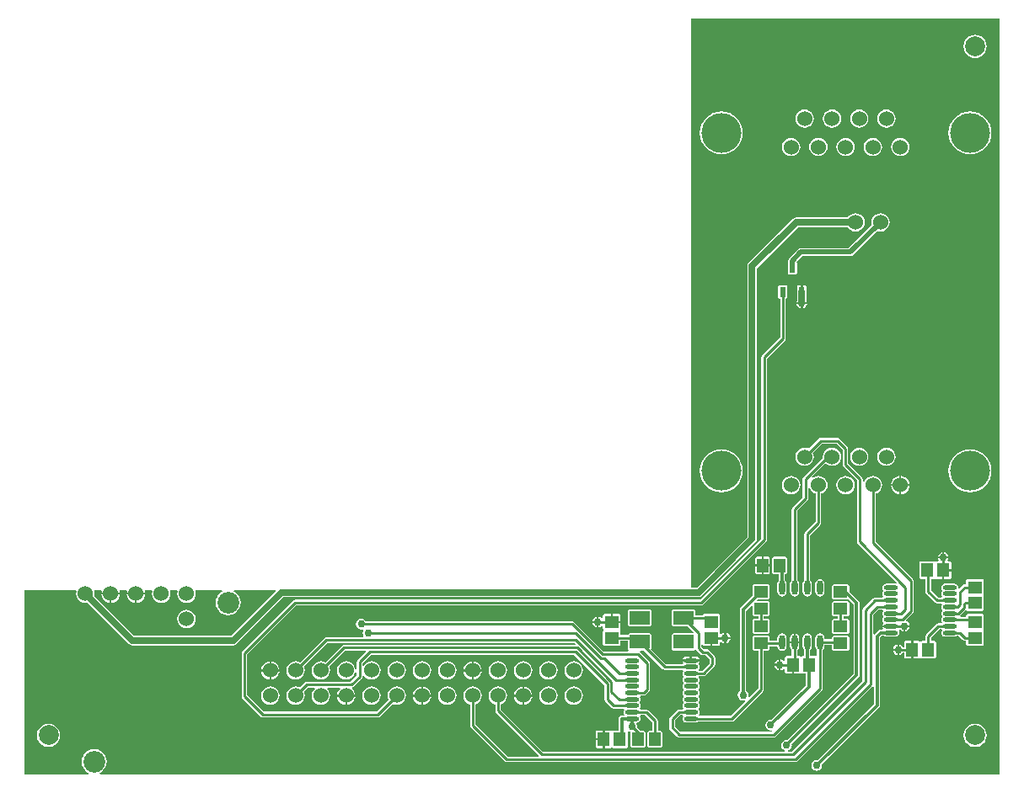
<source format=gtl>
G04 Layer_Physical_Order=1*
G04 Layer_Color=255*
%FSLAX44Y44*%
%MOMM*%
G71*
G01*
G75*
%ADD10R,0.6000X1.0000*%
%ADD11O,1.4000X0.4500*%
%ADD12O,0.6000X1.4500*%
%ADD13R,1.4500X1.3000*%
%ADD14R,1.3000X1.4500*%
%ADD15R,1.4000X1.1500*%
%ADD16R,1.1500X1.4000*%
%ADD17R,2.0000X1.4000*%
%ADD18C,0.2540*%
%ADD19C,0.6350*%
%ADD20C,0.5080*%
%ADD21C,0.3048*%
%ADD22C,1.5240*%
%ADD23C,4.0000*%
%ADD24C,2.1844*%
%ADD25C,2.0000*%
%ADD26C,0.7620*%
G36*
X262489Y193827D02*
X217726Y149063D01*
X120232D01*
X80048Y189247D01*
X80333Y191410D01*
X80027Y193730D01*
X80037Y194062D01*
X80663Y195000D01*
X86957D01*
X87583Y194062D01*
X87592Y193730D01*
X87421Y192426D01*
X96510D01*
X105599D01*
X105427Y193730D01*
X105437Y194062D01*
X106063Y195000D01*
X112357D01*
X112983Y194062D01*
X112992Y193730D01*
X112821Y192426D01*
X121910D01*
X130999D01*
X130827Y193730D01*
X130837Y194062D01*
X131463Y195000D01*
X137757D01*
X138383Y194062D01*
X138392Y193730D01*
X138087Y191410D01*
X138401Y189023D01*
X139323Y186799D01*
X140788Y184888D01*
X142698Y183423D01*
X144923Y182501D01*
X147310Y182187D01*
X149697Y182501D01*
X151921Y183423D01*
X153832Y184888D01*
X155297Y186799D01*
X156219Y189023D01*
X156533Y191410D01*
X156227Y193730D01*
X156237Y194062D01*
X156863Y195000D01*
X163157D01*
X163783Y194062D01*
X163792Y193730D01*
X163487Y191410D01*
X163801Y189023D01*
X164723Y186799D01*
X166188Y184888D01*
X168099Y183423D01*
X170323Y182501D01*
X172710Y182187D01*
X175097Y182501D01*
X177321Y183423D01*
X179232Y184888D01*
X180697Y186799D01*
X181619Y189023D01*
X181933Y191410D01*
X181627Y193730D01*
X181637Y194062D01*
X182263Y195000D01*
X208580D01*
X208832Y193730D01*
X208481Y193584D01*
X208323Y193427D01*
X208108Y193369D01*
X205826Y191618D01*
X205715Y191425D01*
X205522Y191314D01*
X203771Y189032D01*
X203713Y188817D01*
X203556Y188659D01*
X202455Y186003D01*
Y185780D01*
X202344Y185586D01*
X201968Y182735D01*
X202026Y182520D01*
X201968Y182305D01*
X202344Y179454D01*
X202455Y179260D01*
Y179037D01*
X203556Y176381D01*
X203713Y176223D01*
X203771Y176008D01*
X205522Y173726D01*
X205715Y173615D01*
X205826Y173422D01*
X208108Y171671D01*
X208323Y171613D01*
X208481Y171456D01*
X211138Y170355D01*
X211360D01*
X211553Y170244D01*
X214405Y169868D01*
X214515Y169898D01*
X214620Y169854D01*
X214725Y169898D01*
X214835Y169868D01*
X217687Y170244D01*
X217880Y170355D01*
X218102D01*
X220759Y171456D01*
X220917Y171613D01*
X221132Y171671D01*
X223414Y173422D01*
X223525Y173615D01*
X223718Y173726D01*
X225469Y176008D01*
X225527Y176223D01*
X225684Y176381D01*
X226785Y179037D01*
Y179260D01*
X226896Y179454D01*
X227272Y182305D01*
X227214Y182520D01*
X227272Y182735D01*
X226896Y185586D01*
X226785Y185780D01*
Y186003D01*
X225684Y188659D01*
X225527Y188817D01*
X225469Y189032D01*
X223718Y191314D01*
X223525Y191425D01*
X223414Y191618D01*
X221132Y193369D01*
X220917Y193427D01*
X220759Y193584D01*
X220408Y193730D01*
X220660Y195000D01*
X262003D01*
X262489Y193827D01*
D02*
G37*
G36*
X990000Y10000D02*
X85992D01*
X85739Y11270D01*
X86139Y11436D01*
X86297Y11593D01*
X86512Y11651D01*
X88794Y13402D01*
X88905Y13595D01*
X89098Y13706D01*
X90849Y15988D01*
X90907Y16203D01*
X91064Y16361D01*
X92165Y19017D01*
Y19240D01*
X92276Y19433D01*
X92652Y22285D01*
X92594Y22500D01*
X92652Y22715D01*
X92276Y25566D01*
X92165Y25760D01*
Y25982D01*
X91064Y28639D01*
X90907Y28797D01*
X90849Y29012D01*
X89098Y31294D01*
X88905Y31405D01*
X88794Y31598D01*
X86512Y33349D01*
X86297Y33407D01*
X86139Y33564D01*
X83483Y34665D01*
X83259D01*
X83067Y34776D01*
X80215Y35152D01*
X80105Y35122D01*
X80000Y35166D01*
X79895Y35122D01*
X79785Y35152D01*
X76933Y34776D01*
X76740Y34665D01*
X76518D01*
X73861Y33564D01*
X73703Y33407D01*
X73488Y33349D01*
X71206Y31598D01*
X71095Y31405D01*
X70902Y31294D01*
X69151Y29012D01*
X69093Y28797D01*
X68936Y28639D01*
X67835Y25982D01*
Y25760D01*
X67724Y25566D01*
X67348Y22715D01*
X67406Y22500D01*
X67348Y22285D01*
X67724Y19433D01*
X67835Y19240D01*
Y19017D01*
X68936Y16361D01*
X69093Y16203D01*
X69151Y15988D01*
X70902Y13706D01*
X71095Y13595D01*
X71206Y13402D01*
X73488Y11651D01*
X73703Y11593D01*
X73861Y11436D01*
X74261Y11270D01*
X74008Y10000D01*
X10000D01*
Y195000D01*
X61557D01*
X62183Y194062D01*
X62193Y193730D01*
X61887Y191410D01*
X62201Y189023D01*
X63123Y186799D01*
X64588Y184888D01*
X66498Y183423D01*
X68723Y182501D01*
X71110Y182187D01*
X73273Y182472D01*
X114860Y140884D01*
X116414Y139846D01*
X118248Y139481D01*
X219710D01*
X221544Y139846D01*
X223098Y140884D01*
X270173Y187959D01*
X687250D01*
X689083Y188324D01*
X690638Y189362D01*
X744388Y243112D01*
X745426Y244667D01*
X745791Y246500D01*
Y518765D01*
X787234Y560209D01*
X837151D01*
X838478Y558478D01*
X840389Y557013D01*
X842613Y556091D01*
X845000Y555777D01*
X847387Y556091D01*
X849612Y557013D01*
X851522Y558478D01*
X852987Y560388D01*
X853909Y562613D01*
X854223Y565000D01*
X853909Y567387D01*
X852987Y569611D01*
X851522Y571522D01*
X849612Y572987D01*
X847387Y573909D01*
X845000Y574223D01*
X842613Y573909D01*
X840389Y572987D01*
X838478Y571522D01*
X837151Y569791D01*
X785250D01*
X783417Y569426D01*
X781862Y568388D01*
X737612Y524138D01*
X736574Y522584D01*
X736209Y520750D01*
Y248484D01*
X685266Y197541D01*
X680000D01*
Y770000D01*
X990000D01*
Y10000D01*
D02*
G37*
%LPC*%
G36*
X130999Y190394D02*
X122926D01*
Y182321D01*
X124297Y182501D01*
X126521Y183423D01*
X128432Y184888D01*
X129897Y186799D01*
X130819Y189023D01*
X130999Y190394D01*
D02*
G37*
G36*
X105599D02*
X97526D01*
Y182321D01*
X98897Y182501D01*
X101121Y183423D01*
X103032Y184888D01*
X104497Y186799D01*
X105419Y189023D01*
X105599Y190394D01*
D02*
G37*
G36*
X95494D02*
X87421D01*
X87601Y189023D01*
X88523Y186799D01*
X89988Y184888D01*
X91898Y183423D01*
X94123Y182501D01*
X95494Y182321D01*
Y190394D01*
D02*
G37*
G36*
X120894D02*
X112821D01*
X113001Y189023D01*
X113923Y186799D01*
X115388Y184888D01*
X117298Y183423D01*
X119523Y182501D01*
X120894Y182321D01*
Y190394D01*
D02*
G37*
G36*
X172710Y175233D02*
X170323Y174919D01*
X168099Y173997D01*
X166188Y172532D01*
X164723Y170621D01*
X163801Y168397D01*
X163487Y166010D01*
X163801Y163623D01*
X164723Y161399D01*
X166188Y159488D01*
X168099Y158023D01*
X170323Y157101D01*
X172710Y156787D01*
X175097Y157101D01*
X177321Y158023D01*
X179232Y159488D01*
X180697Y161399D01*
X181619Y163623D01*
X181933Y166010D01*
X181619Y168397D01*
X180697Y170621D01*
X179232Y172532D01*
X177321Y173997D01*
X175097Y174919D01*
X172710Y175233D01*
D02*
G37*
G36*
X256184Y123389D02*
X254813Y123209D01*
X252589Y122287D01*
X250678Y120822D01*
X249213Y118911D01*
X248291Y116687D01*
X248111Y115316D01*
X256184D01*
Y123389D01*
D02*
G37*
G36*
X459384D02*
X458013Y123209D01*
X455788Y122287D01*
X453878Y120822D01*
X452413Y118911D01*
X451491Y116687D01*
X451311Y115316D01*
X459384D01*
Y123389D01*
D02*
G37*
G36*
X767734Y125236D02*
X766669Y125024D01*
X764905Y123845D01*
X763726Y122081D01*
X763514Y121016D01*
X767734D01*
Y125236D01*
D02*
G37*
G36*
X258216Y123389D02*
Y115316D01*
X266289D01*
X266109Y116687D01*
X265187Y118911D01*
X263722Y120822D01*
X261811Y122287D01*
X259587Y123209D01*
X258216Y123389D01*
D02*
G37*
G36*
X461416D02*
Y115316D01*
X469489D01*
X469309Y116687D01*
X468387Y118911D01*
X466922Y120822D01*
X465011Y122287D01*
X462787Y123209D01*
X461416Y123389D01*
D02*
G37*
G36*
X459384Y113284D02*
X451311D01*
X451491Y111913D01*
X452413Y109689D01*
X453878Y107778D01*
X455788Y106313D01*
X458013Y105391D01*
X459384Y105211D01*
Y113284D01*
D02*
G37*
G36*
X256184D02*
X248111D01*
X248291Y111913D01*
X249213Y109689D01*
X250678Y107778D01*
X252589Y106313D01*
X254813Y105391D01*
X256184Y105211D01*
Y113284D01*
D02*
G37*
G36*
X562000Y123523D02*
X559613Y123209D01*
X557388Y122287D01*
X555478Y120822D01*
X554013Y118911D01*
X553091Y116687D01*
X552777Y114300D01*
X553091Y111913D01*
X554013Y109689D01*
X555478Y107778D01*
X557388Y106313D01*
X559613Y105391D01*
X562000Y105077D01*
X564387Y105391D01*
X566611Y106313D01*
X568522Y107778D01*
X569987Y109689D01*
X570909Y111913D01*
X571223Y114300D01*
X570909Y116687D01*
X569987Y118911D01*
X568522Y120822D01*
X566611Y122287D01*
X564387Y123209D01*
X562000Y123523D01*
D02*
G37*
G36*
X767734Y118984D02*
X763514D01*
X763726Y117919D01*
X764905Y116154D01*
X766669Y114975D01*
X767734Y114763D01*
Y118984D01*
D02*
G37*
G36*
X469489Y113284D02*
X461416D01*
Y105211D01*
X462787Y105391D01*
X465011Y106313D01*
X466922Y107778D01*
X468387Y109689D01*
X469309Y111913D01*
X469489Y113284D01*
D02*
G37*
G36*
X266289D02*
X258216D01*
Y105211D01*
X259587Y105391D01*
X261811Y106313D01*
X263722Y107778D01*
X265187Y109689D01*
X266109Y111913D01*
X266289Y113284D01*
D02*
G37*
G36*
X715016Y152236D02*
Y148016D01*
X719237D01*
X719025Y149081D01*
X717846Y150845D01*
X716081Y152024D01*
X715016Y152236D01*
D02*
G37*
G36*
X784666Y151411D02*
Y143766D01*
X788263D01*
Y147000D01*
X787912Y148765D01*
X786912Y150262D01*
X785415Y151262D01*
X784666Y151411D01*
D02*
G37*
G36*
X782634Y151411D02*
X781885Y151262D01*
X780388Y150262D01*
X779389Y148765D01*
X779037Y147000D01*
Y143766D01*
X782634D01*
Y151411D01*
D02*
G37*
G36*
X899236Y157734D02*
X895016D01*
Y153514D01*
X896081Y153726D01*
X897846Y154904D01*
X899025Y156669D01*
X899236Y157734D01*
D02*
G37*
G36*
X837000Y183900D02*
X823000D01*
X821834Y183417D01*
X821350Y182250D01*
Y170750D01*
X821834Y169584D01*
X823000Y169101D01*
X827151D01*
Y165899D01*
X823000D01*
X821834Y165416D01*
X821350Y164250D01*
Y152750D01*
X821834Y151583D01*
X823000Y151100D01*
X837000D01*
X838166Y151583D01*
X838650Y152750D01*
Y164250D01*
X838166Y165416D01*
X837000Y165899D01*
X832849D01*
Y169101D01*
X837000D01*
X838166Y169584D01*
X838650Y170750D01*
Y182250D01*
X838166Y183417D01*
X837000Y183900D01*
D02*
G37*
G36*
X757000Y200900D02*
X743000D01*
X741834Y200417D01*
X741350Y199250D01*
Y189306D01*
X729802Y177758D01*
X729129Y176750D01*
X728892Y175561D01*
Y93839D01*
X728154Y93346D01*
X726975Y91581D01*
X726562Y89500D01*
X726975Y87419D01*
X728154Y85654D01*
X729919Y84475D01*
X732000Y84061D01*
X733544Y84369D01*
X734169Y83198D01*
X719570Y68599D01*
X687760D01*
X687632Y68751D01*
X687198Y69869D01*
X687805Y70778D01*
X688098Y72250D01*
X687805Y73723D01*
X687188Y74647D01*
X687054Y75500D01*
X687188Y76354D01*
X687805Y77277D01*
X688098Y78750D01*
X687805Y80223D01*
X686971Y81471D01*
Y82529D01*
X687805Y83778D01*
X688098Y85250D01*
X687805Y86722D01*
X687188Y87647D01*
X687054Y88500D01*
X687188Y89354D01*
X687805Y90277D01*
X688098Y91750D01*
X687805Y93223D01*
X686971Y94471D01*
Y95529D01*
X687805Y96777D01*
X688098Y98250D01*
X687805Y99722D01*
X687188Y100646D01*
X687054Y101500D01*
X687188Y102353D01*
X687805Y103277D01*
X688098Y104750D01*
X687805Y106222D01*
X687198Y107131D01*
X687632Y108249D01*
X687760Y108401D01*
X692250D01*
X692250Y108401D01*
X693340Y108618D01*
X694264Y109236D01*
X703264Y118236D01*
X703264Y118236D01*
X703882Y119160D01*
X704099Y120250D01*
X704099Y120250D01*
Y127000D01*
X704099Y127000D01*
X703882Y128090D01*
X703264Y129014D01*
X703264Y129014D01*
X697514Y134764D01*
X696590Y135382D01*
X695500Y135599D01*
X695500Y135599D01*
X692430D01*
X689849Y138180D01*
Y140456D01*
X691101Y140500D01*
X691584Y139333D01*
X692750Y138850D01*
X698984D01*
Y147000D01*
X701016D01*
Y138850D01*
X707250D01*
X708417Y139333D01*
X708900Y140500D01*
Y142746D01*
X710155Y143154D01*
X711919Y141975D01*
X712984Y141763D01*
Y147000D01*
Y152236D01*
X711919Y152024D01*
X710155Y150845D01*
X708900Y151254D01*
Y153500D01*
X708667Y154062D01*
X708482Y155000D01*
X708667Y155937D01*
X708900Y156500D01*
Y169500D01*
X708417Y170666D01*
X707250Y171149D01*
X692750D01*
X691584Y170666D01*
X691245Y169849D01*
X683650D01*
Y174000D01*
X683166Y175166D01*
X682000Y175650D01*
X662000D01*
X660834Y175166D01*
X660350Y174000D01*
Y160000D01*
X660834Y158834D01*
X662000Y158350D01*
X676621D01*
X682088Y152883D01*
X681526Y151650D01*
X662000D01*
X660834Y151166D01*
X660350Y150000D01*
Y136000D01*
X660834Y134834D01*
X662000Y134350D01*
X682000D01*
X683166Y134834D01*
X683317Y135197D01*
X684750Y135338D01*
X684986Y134986D01*
X689236Y130736D01*
X689236Y130736D01*
X690160Y130118D01*
X691250Y129901D01*
X694320D01*
X698401Y125820D01*
Y121430D01*
X691070Y114099D01*
X687760D01*
X687632Y114250D01*
X687198Y115369D01*
X687805Y116277D01*
X688098Y117750D01*
X687805Y119222D01*
X686971Y120471D01*
Y121529D01*
X687805Y122778D01*
X687896Y123234D01*
X679500D01*
X671104D01*
X671195Y122778D01*
X671802Y121869D01*
X671368Y120751D01*
X671240Y120599D01*
X654430D01*
X639468Y135561D01*
X639650Y136000D01*
Y150000D01*
X639166Y151166D01*
X638000Y151650D01*
X618000D01*
X616834Y151166D01*
X616350Y150000D01*
Y149849D01*
X608899D01*
Y153500D01*
X608666Y154063D01*
X608482Y155000D01*
X608666Y155938D01*
X608899Y156500D01*
Y161984D01*
X600000D01*
Y163000D01*
X598984D01*
Y171150D01*
X592750D01*
X591583Y170667D01*
X591100Y169500D01*
Y167254D01*
X589846Y166846D01*
X588081Y168025D01*
X587016Y168237D01*
Y163000D01*
Y157764D01*
X588081Y157976D01*
X589846Y159155D01*
X591100Y158746D01*
Y156500D01*
X591333Y155938D01*
X591518Y155000D01*
X591333Y154063D01*
X591100Y153500D01*
Y140500D01*
X591583Y139334D01*
X592750Y138851D01*
X607250D01*
X608416Y139334D01*
X608899Y140500D01*
Y144151D01*
X616350D01*
Y136000D01*
X616834Y134834D01*
X616496Y133599D01*
X591695D01*
X562244Y163050D01*
X561320Y163668D01*
X560229Y163885D01*
X560229Y163885D01*
X353000D01*
X352334Y164882D01*
X350569Y166061D01*
X348488Y166474D01*
X346407Y166061D01*
X344642Y164882D01*
X343464Y163117D01*
X343050Y161036D01*
X343464Y158955D01*
X344642Y157190D01*
X346407Y156011D01*
X348488Y155597D01*
X349800Y155858D01*
X350563Y154715D01*
X350067Y153973D01*
X349654Y151892D01*
X350067Y149811D01*
X350677Y148899D01*
X349998Y147629D01*
X313080D01*
X311990Y147412D01*
X311066Y146794D01*
X311066Y146794D01*
X286750Y122479D01*
X284987Y123209D01*
X282600Y123523D01*
X280213Y123209D01*
X277988Y122287D01*
X276078Y120822D01*
X274613Y118911D01*
X273691Y116687D01*
X273377Y114300D01*
X273691Y111913D01*
X274613Y109689D01*
X276078Y107778D01*
X277988Y106313D01*
X280213Y105391D01*
X282600Y105077D01*
X284987Y105391D01*
X287211Y106313D01*
X289122Y107778D01*
X290587Y109689D01*
X291509Y111913D01*
X291823Y114300D01*
X291509Y116687D01*
X290779Y118450D01*
X314260Y141931D01*
X562793D01*
X563366Y141217D01*
X562834Y140009D01*
X330860D01*
X329770Y139792D01*
X328846Y139174D01*
X328846Y139174D01*
X312150Y122479D01*
X310387Y123209D01*
X308000Y123523D01*
X305613Y123209D01*
X303389Y122287D01*
X301478Y120822D01*
X300013Y118911D01*
X299091Y116687D01*
X298777Y114300D01*
X299091Y111913D01*
X300013Y109689D01*
X301478Y107778D01*
X303389Y106313D01*
X305613Y105391D01*
X308000Y105077D01*
X310387Y105391D01*
X312611Y106313D01*
X314522Y107778D01*
X315987Y109689D01*
X316909Y111913D01*
X317223Y114300D01*
X316909Y116687D01*
X316178Y118450D01*
X332040Y134311D01*
X352651D01*
X353137Y133138D01*
X344696Y124696D01*
X344078Y123772D01*
X343861Y122682D01*
X343861Y122682D01*
Y114623D01*
X342591Y114540D01*
X342496Y115266D01*
X342309Y116687D01*
X341387Y118911D01*
X339922Y120822D01*
X338011Y122287D01*
X335787Y123209D01*
X333400Y123523D01*
X331013Y123209D01*
X328788Y122287D01*
X326878Y120822D01*
X325413Y118911D01*
X324491Y116687D01*
X324177Y114300D01*
X324491Y111913D01*
X325413Y109689D01*
X326878Y107778D01*
X328788Y106313D01*
X331013Y105391D01*
X333400Y105077D01*
X335787Y105391D01*
X338011Y106313D01*
X339922Y107778D01*
X341387Y109689D01*
X342309Y111913D01*
X342496Y113334D01*
X342591Y114060D01*
X343861Y113976D01*
Y109384D01*
X337148Y102671D01*
X293522D01*
X293522Y102671D01*
X292432Y102454D01*
X291508Y101836D01*
X291508Y101836D01*
X286750Y97079D01*
X284987Y97809D01*
X282600Y98123D01*
X280213Y97809D01*
X277988Y96887D01*
X276078Y95422D01*
X274613Y93511D01*
X273691Y91287D01*
X273377Y88900D01*
X273691Y86513D01*
X274613Y84289D01*
X276078Y82378D01*
X277988Y80913D01*
X280213Y79991D01*
X282600Y79677D01*
X284987Y79991D01*
X287211Y80913D01*
X289122Y82378D01*
X290587Y84289D01*
X291509Y86513D01*
X291823Y88900D01*
X291509Y91287D01*
X290779Y93050D01*
X294702Y96973D01*
X301414D01*
X301845Y95703D01*
X301478Y95422D01*
X300013Y93511D01*
X299091Y91287D01*
X298777Y88900D01*
X299091Y86513D01*
X300013Y84289D01*
X301478Y82378D01*
X303389Y80913D01*
X305613Y79991D01*
X308000Y79677D01*
X310387Y79991D01*
X312611Y80913D01*
X314522Y82378D01*
X315987Y84289D01*
X316909Y86513D01*
X317223Y88900D01*
X316909Y91287D01*
X315987Y93511D01*
X314522Y95422D01*
X314154Y95703D01*
X314586Y96973D01*
X326814D01*
X327245Y95703D01*
X326878Y95422D01*
X325413Y93511D01*
X324491Y91287D01*
X324311Y89916D01*
X333400D01*
X342489D01*
X342309Y91287D01*
X341387Y93511D01*
X339922Y95422D01*
X339328Y95877D01*
X339372Y96524D01*
X339570Y97292D01*
X340342Y97808D01*
X348724Y106190D01*
X348724Y106190D01*
X349342Y107114D01*
X349559Y108204D01*
Y109397D01*
X350761Y109677D01*
X350829Y109668D01*
X352278Y107778D01*
X354188Y106313D01*
X356413Y105391D01*
X358800Y105077D01*
X361187Y105391D01*
X363411Y106313D01*
X365322Y107778D01*
X366787Y109689D01*
X367709Y111913D01*
X368023Y114300D01*
X367709Y116687D01*
X366787Y118911D01*
X365322Y120822D01*
X363411Y122287D01*
X361187Y123209D01*
X358800Y123523D01*
X356413Y123209D01*
X354188Y122287D01*
X352278Y120822D01*
X350829Y118932D01*
X350761Y118923D01*
X349559Y119203D01*
Y121502D01*
X358304Y130247D01*
X562287D01*
X592781Y99753D01*
Y85100D01*
X592781Y85100D01*
X592998Y84010D01*
X593616Y83086D01*
X599966Y76736D01*
X599966Y76736D01*
X600890Y76118D01*
X601980Y75901D01*
X612240D01*
X612368Y75749D01*
X612802Y74631D01*
X612195Y73723D01*
X611902Y72250D01*
X612195Y70778D01*
X612629Y70128D01*
X611950Y68858D01*
X610000D01*
X608811Y68621D01*
X607803Y67948D01*
X607129Y66939D01*
X606892Y65750D01*
Y53899D01*
X601500D01*
X600334Y53416D01*
X599666Y53416D01*
X598500Y53899D01*
X593016D01*
Y45000D01*
Y36100D01*
X598500D01*
X599666Y36583D01*
X600334Y36583D01*
X601500Y36100D01*
X614500D01*
X615666Y36583D01*
X616149Y37750D01*
Y52250D01*
X615900Y52851D01*
X616949Y53637D01*
X616988Y53611D01*
X618419Y52656D01*
X618789Y52582D01*
X619100Y52000D01*
Y38000D01*
X619584Y36834D01*
X620750Y36350D01*
X632250D01*
X633416Y36834D01*
X633899Y38000D01*
Y52000D01*
X633416Y53166D01*
X632250Y53650D01*
X628850D01*
X628697Y53878D01*
X625765Y56810D01*
X625938Y57680D01*
X625524Y59761D01*
X624943Y60632D01*
X625069Y61156D01*
X625578Y61967D01*
X626722Y62195D01*
X627971Y63029D01*
X628805Y64277D01*
X629098Y65750D01*
X628805Y67222D01*
X628198Y68131D01*
X628632Y69249D01*
X628760Y69401D01*
X633570D01*
X640651Y62320D01*
Y53650D01*
X637750D01*
X636583Y53166D01*
X636100Y52000D01*
Y38000D01*
X636583Y36834D01*
X637750Y36350D01*
X649250D01*
X650416Y36834D01*
X650899Y38000D01*
Y52000D01*
X650416Y53166D01*
X649250Y53650D01*
X646348D01*
Y63500D01*
X646132Y64591D01*
X645514Y65515D01*
X645514Y65515D01*
X636764Y74264D01*
X635840Y74882D01*
X634750Y75099D01*
X634750Y75099D01*
X628760D01*
X628632Y75251D01*
X628198Y76369D01*
X628805Y77277D01*
X629098Y78750D01*
X628805Y80223D01*
X627971Y81471D01*
Y82529D01*
X628805Y83778D01*
X629098Y85250D01*
X628805Y86722D01*
X628198Y87631D01*
X628632Y88749D01*
X628760Y88901D01*
X632250D01*
X632250Y88901D01*
X633340Y89118D01*
X634264Y89736D01*
X637764Y93236D01*
X637764Y93236D01*
X638382Y94160D01*
X638599Y95250D01*
Y121750D01*
X638599Y121750D01*
X638382Y122840D01*
X637764Y123764D01*
X637764Y123764D01*
X628764Y132764D01*
X628291Y133080D01*
X628677Y134350D01*
X632621D01*
X651236Y115736D01*
X651236Y115736D01*
X652160Y115118D01*
X653250Y114901D01*
X653250Y114901D01*
X671240D01*
X671368Y114749D01*
X671802Y113631D01*
X671195Y112723D01*
X670902Y111250D01*
X671195Y109777D01*
X672029Y108529D01*
Y107471D01*
X671195Y106222D01*
X670902Y104750D01*
X671195Y103277D01*
X671812Y102353D01*
X671946Y101500D01*
X671812Y100646D01*
X671195Y99722D01*
X670902Y98250D01*
X671195Y96777D01*
X672029Y95529D01*
Y94471D01*
X671195Y93223D01*
X670902Y91750D01*
X671195Y90277D01*
X671812Y89354D01*
X671946Y88500D01*
X671812Y87647D01*
X671195Y86722D01*
X670902Y85250D01*
X671195Y83778D01*
X672029Y82529D01*
Y81471D01*
X671195Y80223D01*
X670902Y78750D01*
X671195Y77277D01*
X671802Y76369D01*
X671368Y75251D01*
X671240Y75099D01*
X667750D01*
X667750Y75099D01*
X666660Y74882D01*
X665736Y74264D01*
X665736Y74264D01*
X658736Y67264D01*
X658118Y66340D01*
X657901Y65250D01*
X657901Y65250D01*
Y56750D01*
X657901Y56750D01*
X658118Y55660D01*
X658736Y54736D01*
X665736Y47736D01*
X665736Y47736D01*
X666660Y47118D01*
X667750Y46901D01*
X667750Y46901D01*
X762500D01*
X762500Y46901D01*
X763590Y47118D01*
X764514Y47736D01*
X811064Y94286D01*
X811064Y94286D01*
X811682Y95210D01*
X811899Y96300D01*
X811899Y96300D01*
Y134963D01*
X812312Y135238D01*
X813311Y136735D01*
X813663Y138500D01*
Y139901D01*
X821350D01*
Y135750D01*
X821834Y134584D01*
X823000Y134100D01*
X837000D01*
X838166Y134584D01*
X838650Y135750D01*
Y147250D01*
X838166Y148416D01*
X837000Y148899D01*
X823000D01*
X821834Y148416D01*
X821350Y147250D01*
Y145599D01*
X813663D01*
Y147000D01*
X813311Y148765D01*
X812312Y150262D01*
X810815Y151262D01*
X809050Y151613D01*
X807285Y151262D01*
X805788Y150262D01*
X804789Y148765D01*
X804437Y147000D01*
Y138500D01*
X804789Y136735D01*
X805788Y135238D01*
X806201Y134963D01*
Y129541D01*
X804931Y128721D01*
X804500Y128899D01*
X799458D01*
Y135135D01*
X799612Y135238D01*
X800611Y136735D01*
X800963Y138500D01*
Y147000D01*
X800611Y148765D01*
X799612Y150262D01*
X798115Y151262D01*
X796350Y151613D01*
X794585Y151262D01*
X793088Y150262D01*
X792088Y148765D01*
X791737Y147000D01*
Y138500D01*
X792088Y136735D01*
X793088Y135238D01*
X793242Y135135D01*
Y128899D01*
X791500D01*
X790333Y128416D01*
X789666Y128416D01*
X788500Y128899D01*
X786499D01*
Y134963D01*
X786912Y135238D01*
X787912Y136735D01*
X788263Y138500D01*
Y141734D01*
X783650D01*
X779037D01*
Y138500D01*
X779389Y136735D01*
X780388Y135238D01*
X780801Y134963D01*
Y128899D01*
X775500D01*
X774333Y128416D01*
X773850Y127250D01*
Y124254D01*
X772596Y123845D01*
X770832Y125024D01*
X769766Y125236D01*
Y120000D01*
Y114763D01*
X770832Y114975D01*
X772596Y116154D01*
X773850Y115746D01*
Y112750D01*
X774333Y111583D01*
X775500Y111100D01*
X780984D01*
Y120000D01*
X783016D01*
Y111100D01*
X788500D01*
X789666Y111583D01*
X790333Y111583D01*
X791500Y111100D01*
X794892D01*
Y99037D01*
X760620Y64765D01*
X759750Y64939D01*
X757669Y64524D01*
X755904Y63346D01*
X754725Y61581D01*
X754312Y59500D01*
X754725Y57419D01*
X755904Y55654D01*
X757669Y54475D01*
X759750Y54061D01*
X760385Y54188D01*
X761120Y53039D01*
X760800Y52599D01*
X668930D01*
X663599Y57930D01*
Y64070D01*
X668930Y69401D01*
X671240D01*
X671368Y69249D01*
X671802Y68131D01*
X671195Y67222D01*
X670902Y65750D01*
X671195Y64277D01*
X672029Y63029D01*
X673277Y62195D01*
X674750Y61902D01*
X684250D01*
X685723Y62195D01*
X686780Y62901D01*
X720750D01*
X720750Y62901D01*
X721840Y63118D01*
X722764Y63736D01*
X752014Y92986D01*
X752632Y93910D01*
X752849Y95000D01*
X752849Y95000D01*
Y134100D01*
X757000D01*
X758166Y134584D01*
X758650Y135750D01*
Y138651D01*
X766337D01*
Y138500D01*
X766689Y136735D01*
X767688Y135238D01*
X769185Y134239D01*
X770950Y133887D01*
X772715Y134239D01*
X774212Y135238D01*
X775211Y136735D01*
X775563Y138500D01*
Y147000D01*
X775211Y148765D01*
X774212Y150262D01*
X772715Y151262D01*
X770950Y151613D01*
X769185Y151262D01*
X767688Y150262D01*
X766689Y148765D01*
X766337Y147000D01*
Y144349D01*
X758650D01*
Y147250D01*
X758166Y148416D01*
X757000Y148899D01*
X743000D01*
X741834Y148416D01*
X741350Y147250D01*
Y135750D01*
X741834Y134584D01*
X743000Y134100D01*
X747151D01*
Y96180D01*
X738302Y87331D01*
X737131Y87956D01*
X737439Y89500D01*
X737025Y91581D01*
X735846Y93346D01*
X735108Y93839D01*
Y174274D01*
X740177Y179343D01*
X741350Y178857D01*
Y170750D01*
X741834Y169584D01*
X743000Y169101D01*
X747151D01*
Y165899D01*
X743000D01*
X741834Y165416D01*
X741350Y164250D01*
Y152750D01*
X741834Y151583D01*
X743000Y151100D01*
X757000D01*
X758166Y151583D01*
X758650Y152750D01*
Y164250D01*
X758166Y165416D01*
X757000Y165899D01*
X752849D01*
Y169101D01*
X757000D01*
X758166Y169584D01*
X758650Y170750D01*
Y182250D01*
X758166Y183417D01*
X757000Y183900D01*
X746393D01*
X745907Y185073D01*
X746935Y186101D01*
X757000D01*
X758166Y186584D01*
X758650Y187750D01*
Y199250D01*
X758166Y200417D01*
X757000Y200900D01*
D02*
G37*
G36*
X886984Y133984D02*
X882764D01*
X882976Y132919D01*
X884155Y131154D01*
X885919Y129975D01*
X886984Y129763D01*
Y133984D01*
D02*
G37*
G36*
X684250Y128098D02*
X680516D01*
Y125266D01*
X687896D01*
X687805Y125723D01*
X686971Y126971D01*
X685723Y127805D01*
X684250Y128098D01*
D02*
G37*
G36*
X678484D02*
X674750D01*
X673277Y127805D01*
X672029Y126971D01*
X671195Y125723D01*
X671104Y125266D01*
X678484D01*
Y128098D01*
D02*
G37*
G36*
X719237Y145984D02*
X715016D01*
Y141763D01*
X716081Y141975D01*
X717846Y143154D01*
X719025Y144919D01*
X719237Y145984D01*
D02*
G37*
G36*
X900984Y143899D02*
X895500D01*
X894333Y143416D01*
X893850Y142250D01*
Y137849D01*
X892512D01*
X891846Y138845D01*
X890081Y140024D01*
X889016Y140236D01*
Y135000D01*
Y129763D01*
X890081Y129975D01*
X891846Y131154D01*
X892512Y132151D01*
X893850D01*
Y127750D01*
X894333Y126583D01*
X895500Y126100D01*
X900984D01*
Y135000D01*
Y143899D01*
D02*
G37*
G36*
X886984Y140236D02*
X885919Y140024D01*
X884155Y138845D01*
X882976Y137081D01*
X882764Y136016D01*
X886984D01*
Y140236D01*
D02*
G37*
G36*
X536600Y123523D02*
X534213Y123209D01*
X531988Y122287D01*
X530078Y120822D01*
X528613Y118911D01*
X527691Y116687D01*
X527377Y114300D01*
X527691Y111913D01*
X528613Y109689D01*
X530078Y107778D01*
X531988Y106313D01*
X534213Y105391D01*
X536600Y105077D01*
X538987Y105391D01*
X541211Y106313D01*
X543122Y107778D01*
X544587Y109689D01*
X545509Y111913D01*
X545823Y114300D01*
X545509Y116687D01*
X544587Y118911D01*
X543122Y120822D01*
X541211Y122287D01*
X538987Y123209D01*
X536600Y123523D01*
D02*
G37*
G36*
X562000Y98123D02*
X559613Y97809D01*
X557388Y96887D01*
X555478Y95422D01*
X554013Y93511D01*
X553091Y91287D01*
X552777Y88900D01*
X553091Y86513D01*
X554013Y84289D01*
X555478Y82378D01*
X557388Y80913D01*
X559613Y79991D01*
X562000Y79677D01*
X564387Y79991D01*
X566611Y80913D01*
X568522Y82378D01*
X569987Y84289D01*
X570909Y86513D01*
X571223Y88900D01*
X570909Y91287D01*
X569987Y93511D01*
X568522Y95422D01*
X566611Y96887D01*
X564387Y97809D01*
X562000Y98123D01*
D02*
G37*
G36*
X536600D02*
X534213Y97809D01*
X531988Y96887D01*
X530078Y95422D01*
X528613Y93511D01*
X527691Y91287D01*
X527377Y88900D01*
X527691Y86513D01*
X528613Y84289D01*
X530078Y82378D01*
X531988Y80913D01*
X534213Y79991D01*
X536600Y79677D01*
X538987Y79991D01*
X541211Y80913D01*
X543122Y82378D01*
X544587Y84289D01*
X545509Y86513D01*
X545823Y88900D01*
X545509Y91287D01*
X544587Y93511D01*
X543122Y95422D01*
X541211Y96887D01*
X538987Y97809D01*
X536600Y98123D01*
D02*
G37*
G36*
X435000D02*
X432613Y97809D01*
X430388Y96887D01*
X428478Y95422D01*
X427013Y93511D01*
X426091Y91287D01*
X425777Y88900D01*
X426091Y86513D01*
X427013Y84289D01*
X428478Y82378D01*
X430388Y80913D01*
X432613Y79991D01*
X435000Y79677D01*
X437387Y79991D01*
X439611Y80913D01*
X441522Y82378D01*
X442987Y84289D01*
X443909Y86513D01*
X444223Y88900D01*
X443909Y91287D01*
X442987Y93511D01*
X441522Y95422D01*
X439611Y96887D01*
X437387Y97809D01*
X435000Y98123D01*
D02*
G37*
G36*
X510184Y87884D02*
X502111D01*
X502291Y86513D01*
X503213Y84289D01*
X504678Y82378D01*
X506589Y80913D01*
X508813Y79991D01*
X510184Y79811D01*
Y87884D01*
D02*
G37*
G36*
X408584D02*
X400511D01*
X400691Y86513D01*
X401613Y84289D01*
X403078Y82378D01*
X404989Y80913D01*
X407213Y79991D01*
X408584Y79811D01*
Y87884D01*
D02*
G37*
G36*
X332384D02*
X324311D01*
X324491Y86513D01*
X325413Y84289D01*
X326878Y82378D01*
X328788Y80913D01*
X331013Y79991D01*
X332384Y79811D01*
Y87884D01*
D02*
G37*
G36*
X34200Y60736D02*
X34095Y60692D01*
X33985Y60722D01*
X31374Y60378D01*
X31181Y60267D01*
X30958D01*
X28526Y59259D01*
X28368Y59102D01*
X28153Y59044D01*
X26064Y57441D01*
X25952Y57248D01*
X25759Y57136D01*
X24156Y55047D01*
X24099Y54832D01*
X23941Y54675D01*
X22933Y52242D01*
Y52019D01*
X22822Y51826D01*
X22478Y49215D01*
X22536Y49000D01*
X22478Y48785D01*
X22822Y46174D01*
X22934Y45981D01*
Y45758D01*
X23941Y43326D01*
X24099Y43168D01*
X24156Y42953D01*
X25759Y40864D01*
X25952Y40752D01*
X26064Y40559D01*
X28153Y38956D01*
X28368Y38899D01*
X28526Y38741D01*
X30958Y37734D01*
X31181D01*
X31374Y37622D01*
X33985Y37278D01*
X34095Y37308D01*
X34200Y37264D01*
X34305Y37308D01*
X34416Y37278D01*
X37026Y37622D01*
X37219Y37734D01*
X37442D01*
X39875Y38741D01*
X40032Y38899D01*
X40248Y38956D01*
X42336Y40559D01*
X42448Y40752D01*
X42641Y40864D01*
X44244Y42953D01*
X44302Y43168D01*
X44459Y43326D01*
X45467Y45758D01*
Y45981D01*
X45578Y46174D01*
X45922Y48785D01*
X45864Y49000D01*
X45922Y49215D01*
X45578Y51826D01*
X45467Y52019D01*
Y52242D01*
X44459Y54675D01*
X44302Y54832D01*
X44244Y55047D01*
X42641Y57136D01*
X42448Y57248D01*
X42336Y57441D01*
X40248Y59044D01*
X40032Y59102D01*
X39875Y59259D01*
X37442Y60267D01*
X37219D01*
X37026Y60378D01*
X34416Y60722D01*
X34305Y60692D01*
X34200Y60736D01*
D02*
G37*
G36*
X590984Y53899D02*
X585500D01*
X584333Y53416D01*
X583850Y52250D01*
Y46016D01*
X590984D01*
Y53899D01*
D02*
G37*
G36*
Y43984D02*
X583850D01*
Y37750D01*
X584333Y36583D01*
X585500Y36100D01*
X590984D01*
Y43984D01*
D02*
G37*
G36*
X358800Y98123D02*
X356413Y97809D01*
X354188Y96887D01*
X352278Y95422D01*
X350813Y93511D01*
X349891Y91287D01*
X349577Y88900D01*
X349891Y86513D01*
X350813Y84289D01*
X352278Y82378D01*
X354188Y80913D01*
X356413Y79991D01*
X358800Y79677D01*
X361187Y79991D01*
X363411Y80913D01*
X365322Y82378D01*
X366787Y84289D01*
X367709Y86513D01*
X368023Y88900D01*
X367709Y91287D01*
X366787Y93511D01*
X365322Y95422D01*
X363411Y96887D01*
X361187Y97809D01*
X358800Y98123D01*
D02*
G37*
G36*
X257200D02*
X254813Y97809D01*
X252589Y96887D01*
X250678Y95422D01*
X249213Y93511D01*
X248291Y91287D01*
X247977Y88900D01*
X248291Y86513D01*
X249213Y84289D01*
X250678Y82378D01*
X252589Y80913D01*
X254813Y79991D01*
X257200Y79677D01*
X259587Y79991D01*
X261811Y80913D01*
X263722Y82378D01*
X265187Y84289D01*
X266109Y86513D01*
X266423Y88900D01*
X266109Y91287D01*
X265187Y93511D01*
X263722Y95422D01*
X261811Y96887D01*
X259587Y97809D01*
X257200Y98123D01*
D02*
G37*
G36*
X965100Y60736D02*
X964995Y60692D01*
X964885Y60722D01*
X962274Y60378D01*
X962081Y60267D01*
X961858D01*
X959426Y59259D01*
X959268Y59102D01*
X959053Y59044D01*
X956964Y57441D01*
X956852Y57248D01*
X956659Y57136D01*
X955056Y55047D01*
X954999Y54832D01*
X954841Y54675D01*
X953833Y52242D01*
Y52019D01*
X953722Y51826D01*
X953378Y49215D01*
X953436Y49000D01*
X953378Y48785D01*
X953722Y46174D01*
X953833Y45981D01*
Y45758D01*
X954841Y43326D01*
X954999Y43168D01*
X955056Y42953D01*
X956659Y40864D01*
X956852Y40752D01*
X956964Y40559D01*
X959053Y38956D01*
X959268Y38899D01*
X959426Y38741D01*
X961858Y37734D01*
X962081D01*
X962274Y37622D01*
X964885Y37278D01*
X964995Y37308D01*
X965100Y37264D01*
X965205Y37308D01*
X965315Y37278D01*
X967926Y37622D01*
X968119Y37734D01*
X968342D01*
X970775Y38741D01*
X970932Y38899D01*
X971147Y38956D01*
X973236Y40559D01*
X973348Y40752D01*
X973541Y40864D01*
X975144Y42953D01*
X975201Y43168D01*
X975359Y43326D01*
X976367Y45758D01*
Y45981D01*
X976478Y46174D01*
X976822Y48785D01*
X976764Y49000D01*
X976822Y49215D01*
X976478Y51826D01*
X976367Y52019D01*
Y52242D01*
X975359Y54675D01*
X975201Y54832D01*
X975144Y55047D01*
X973541Y57136D01*
X973348Y57248D01*
X973236Y57441D01*
X971147Y59044D01*
X970932Y59102D01*
X970775Y59259D01*
X968342Y60267D01*
X968119D01*
X967926Y60378D01*
X965315Y60722D01*
X965205Y60692D01*
X965100Y60736D01*
D02*
G37*
G36*
X409600Y123523D02*
X407213Y123209D01*
X404989Y122287D01*
X403078Y120822D01*
X401613Y118911D01*
X400691Y116687D01*
X400377Y114300D01*
X400691Y111913D01*
X401613Y109689D01*
X403078Y107778D01*
X404989Y106313D01*
X407213Y105391D01*
X409600Y105077D01*
X411987Y105391D01*
X414211Y106313D01*
X416122Y107778D01*
X417587Y109689D01*
X418509Y111913D01*
X418823Y114300D01*
X418509Y116687D01*
X417587Y118911D01*
X416122Y120822D01*
X414211Y122287D01*
X411987Y123209D01*
X409600Y123523D01*
D02*
G37*
G36*
X384200D02*
X381813Y123209D01*
X379589Y122287D01*
X377678Y120822D01*
X376213Y118911D01*
X375291Y116687D01*
X374977Y114300D01*
X375291Y111913D01*
X376213Y109689D01*
X377678Y107778D01*
X379589Y106313D01*
X381813Y105391D01*
X384200Y105077D01*
X386587Y105391D01*
X388811Y106313D01*
X390722Y107778D01*
X392187Y109689D01*
X393109Y111913D01*
X393423Y114300D01*
X393109Y116687D01*
X392187Y118911D01*
X390722Y120822D01*
X388811Y122287D01*
X386587Y123209D01*
X384200Y123523D01*
D02*
G37*
G36*
X410616Y97989D02*
Y89916D01*
X418689D01*
X418509Y91287D01*
X417587Y93511D01*
X416122Y95422D01*
X414211Y96887D01*
X411987Y97809D01*
X410616Y97989D01*
D02*
G37*
G36*
X511200Y123523D02*
X508813Y123209D01*
X506589Y122287D01*
X504678Y120822D01*
X503213Y118911D01*
X502291Y116687D01*
X501977Y114300D01*
X502291Y111913D01*
X503213Y109689D01*
X504678Y107778D01*
X506589Y106313D01*
X508813Y105391D01*
X511200Y105077D01*
X513587Y105391D01*
X515811Y106313D01*
X517722Y107778D01*
X519187Y109689D01*
X520109Y111913D01*
X520423Y114300D01*
X520109Y116687D01*
X519187Y118911D01*
X517722Y120822D01*
X515811Y122287D01*
X513587Y123209D01*
X511200Y123523D01*
D02*
G37*
G36*
X485800D02*
X483413Y123209D01*
X481189Y122287D01*
X479278Y120822D01*
X477813Y118911D01*
X476891Y116687D01*
X476577Y114300D01*
X476891Y111913D01*
X477813Y109689D01*
X479278Y107778D01*
X481189Y106313D01*
X483413Y105391D01*
X485800Y105077D01*
X488187Y105391D01*
X490411Y106313D01*
X492322Y107778D01*
X493787Y109689D01*
X494709Y111913D01*
X495023Y114300D01*
X494709Y116687D01*
X493787Y118911D01*
X492322Y120822D01*
X490411Y122287D01*
X488187Y123209D01*
X485800Y123523D01*
D02*
G37*
G36*
X435000D02*
X432613Y123209D01*
X430388Y122287D01*
X428478Y120822D01*
X427013Y118911D01*
X426091Y116687D01*
X425777Y114300D01*
X426091Y111913D01*
X427013Y109689D01*
X428478Y107778D01*
X430388Y106313D01*
X432613Y105391D01*
X435000Y105077D01*
X437387Y105391D01*
X439611Y106313D01*
X441522Y107778D01*
X442987Y109689D01*
X443909Y111913D01*
X444223Y114300D01*
X443909Y116687D01*
X442987Y118911D01*
X441522Y120822D01*
X439611Y122287D01*
X437387Y123209D01*
X435000Y123523D01*
D02*
G37*
G36*
X520289Y87884D02*
X512216D01*
Y79811D01*
X513587Y79991D01*
X515811Y80913D01*
X517722Y82378D01*
X519187Y84289D01*
X520109Y86513D01*
X520289Y87884D01*
D02*
G37*
G36*
X418689D02*
X410616D01*
Y79811D01*
X411987Y79991D01*
X414211Y80913D01*
X416122Y82378D01*
X417587Y84289D01*
X418509Y86513D01*
X418689Y87884D01*
D02*
G37*
G36*
X342489D02*
X334416D01*
Y79811D01*
X335787Y79991D01*
X338011Y80913D01*
X339922Y82378D01*
X341387Y84289D01*
X342309Y86513D01*
X342489Y87884D01*
D02*
G37*
G36*
X512216Y97989D02*
Y89916D01*
X520289D01*
X520109Y91287D01*
X519187Y93511D01*
X517722Y95422D01*
X515811Y96887D01*
X513587Y97809D01*
X512216Y97989D01*
D02*
G37*
G36*
X408584Y97989D02*
X407213Y97809D01*
X404989Y96887D01*
X403078Y95422D01*
X401613Y93511D01*
X400691Y91287D01*
X400511Y89916D01*
X408584D01*
Y97989D01*
D02*
G37*
G36*
X510184D02*
X508813Y97809D01*
X506589Y96887D01*
X504678Y95422D01*
X503213Y93511D01*
X502291Y91287D01*
X502111Y89916D01*
X510184D01*
Y97989D01*
D02*
G37*
G36*
X789984Y482734D02*
X785763D01*
X785975Y481669D01*
X787154Y479905D01*
X788919Y478726D01*
X789984Y478514D01*
Y482734D01*
D02*
G37*
G36*
X876100Y338423D02*
X873713Y338109D01*
X871489Y337187D01*
X869578Y335722D01*
X868113Y333811D01*
X867191Y331587D01*
X866877Y329200D01*
X867191Y326813D01*
X868113Y324589D01*
X869578Y322678D01*
X871489Y321213D01*
X873713Y320291D01*
X876100Y319977D01*
X878487Y320291D01*
X880711Y321213D01*
X882622Y322678D01*
X884087Y324589D01*
X885009Y326813D01*
X885323Y329200D01*
X885009Y331587D01*
X884087Y333811D01*
X882622Y335722D01*
X880711Y337187D01*
X878487Y338109D01*
X876100Y338423D01*
D02*
G37*
G36*
X848700D02*
X846313Y338109D01*
X844089Y337187D01*
X842178Y335722D01*
X840713Y333811D01*
X839791Y331587D01*
X839477Y329200D01*
X839791Y326813D01*
X840713Y324589D01*
X842178Y322678D01*
X844089Y321213D01*
X846313Y320291D01*
X848700Y319977D01*
X851087Y320291D01*
X853311Y321213D01*
X855222Y322678D01*
X856687Y324589D01*
X857609Y326813D01*
X857923Y329200D01*
X857609Y331587D01*
X856687Y333811D01*
X855222Y335722D01*
X853311Y337187D01*
X851087Y338109D01*
X848700Y338423D01*
D02*
G37*
G36*
X870000Y574223D02*
X867613Y573909D01*
X865389Y572987D01*
X863478Y571522D01*
X862013Y569611D01*
X861091Y567387D01*
X860777Y565000D01*
X861091Y562613D01*
X861285Y562145D01*
X838284Y539144D01*
X790000D01*
X788414Y538828D01*
X787070Y537930D01*
X778570Y529430D01*
X777671Y528085D01*
X777356Y526500D01*
Y525176D01*
X777333Y525166D01*
X776850Y524000D01*
Y514000D01*
X777333Y512833D01*
X778500Y512350D01*
X784500D01*
X785666Y512833D01*
X786149Y514000D01*
Y524000D01*
X785771Y524911D01*
X791716Y530856D01*
X840000D01*
X841586Y531172D01*
X842930Y532070D01*
X867145Y556285D01*
X867613Y556091D01*
X870000Y555777D01*
X872387Y556091D01*
X874612Y557013D01*
X876522Y558478D01*
X877987Y560388D01*
X878909Y562613D01*
X879223Y565000D01*
X878909Y567387D01*
X877987Y569611D01*
X876522Y571522D01*
X874612Y572987D01*
X872387Y573909D01*
X870000Y574223D01*
D02*
G37*
G36*
X794000Y501649D02*
X792016D01*
Y495000D01*
X789984D01*
Y501649D01*
X788000D01*
X786833Y501166D01*
X786350Y500000D01*
Y495711D01*
X786209Y495000D01*
Y486181D01*
X785975Y485831D01*
X785763Y484766D01*
X796236D01*
X796024Y485831D01*
X795791Y486181D01*
Y495000D01*
X795649Y495711D01*
Y500000D01*
X795166Y501166D01*
X794000Y501649D01*
D02*
G37*
G36*
X796236Y482734D02*
X792016D01*
Y478514D01*
X793081Y478726D01*
X794845Y479905D01*
X796024Y481669D01*
X796236Y482734D01*
D02*
G37*
G36*
X959950Y336628D02*
X955731Y336213D01*
X951673Y334982D01*
X947934Y332983D01*
X944657Y330293D01*
X941967Y327016D01*
X939968Y323277D01*
X938737Y319219D01*
X938322Y315000D01*
X938737Y310781D01*
X939968Y306723D01*
X941967Y302984D01*
X944657Y299707D01*
X947934Y297017D01*
X951673Y295018D01*
X955731Y293787D01*
X959950Y293372D01*
X964169Y293787D01*
X968227Y295018D01*
X971966Y297017D01*
X975243Y299707D01*
X977933Y302984D01*
X979932Y306723D01*
X981163Y310781D01*
X981578Y315000D01*
X981163Y319219D01*
X979932Y323277D01*
X977933Y327016D01*
X975243Y330293D01*
X971966Y332983D01*
X968227Y334982D01*
X964169Y336213D01*
X959950Y336628D01*
D02*
G37*
G36*
X710050D02*
X705831Y336213D01*
X701773Y334982D01*
X698034Y332983D01*
X694757Y330293D01*
X692067Y327016D01*
X690068Y323277D01*
X688838Y319219D01*
X688422Y315000D01*
X688838Y310781D01*
X690068Y306723D01*
X692067Y302984D01*
X694757Y299707D01*
X698034Y297017D01*
X701773Y295018D01*
X705831Y293787D01*
X710050Y293372D01*
X714269Y293787D01*
X718327Y295018D01*
X722066Y297017D01*
X725343Y299707D01*
X728033Y302984D01*
X730032Y306723D01*
X731263Y310781D01*
X731678Y315000D01*
X731263Y319219D01*
X730032Y323277D01*
X728033Y327016D01*
X725343Y330293D01*
X722066Y332983D01*
X718327Y334982D01*
X714269Y336213D01*
X710050Y336628D01*
D02*
G37*
G36*
X898889Y299784D02*
X890816D01*
Y291711D01*
X892187Y291891D01*
X894411Y292813D01*
X896322Y294278D01*
X897787Y296189D01*
X898709Y298413D01*
X898889Y299784D01*
D02*
G37*
G36*
X821300Y338423D02*
X818913Y338109D01*
X816689Y337187D01*
X814778Y335722D01*
X813313Y333811D01*
X812391Y331587D01*
X812077Y329200D01*
X812204Y328233D01*
X792486Y308514D01*
X791868Y307590D01*
X791651Y306500D01*
X791651Y306500D01*
Y288430D01*
X781636Y278414D01*
X781018Y277490D01*
X780801Y276400D01*
X780801Y276400D01*
Y205037D01*
X780388Y204762D01*
X779389Y203265D01*
X779037Y201500D01*
Y193000D01*
X779389Y191235D01*
X780388Y189738D01*
X781885Y188738D01*
X783650Y188387D01*
X785415Y188738D01*
X786912Y189738D01*
X787912Y191235D01*
X788263Y193000D01*
Y201500D01*
X787912Y203265D01*
X786912Y204762D01*
X786499Y205037D01*
Y275220D01*
X796514Y285236D01*
X797132Y286160D01*
X797349Y287250D01*
X797349Y287250D01*
Y298881D01*
X798619Y298965D01*
X798691Y298413D01*
X799613Y296189D01*
X801078Y294278D01*
X802989Y292813D01*
X804751Y292083D01*
Y263780D01*
X794336Y253364D01*
X793718Y252440D01*
X793501Y251350D01*
X793501Y251350D01*
Y205037D01*
X793088Y204762D01*
X792088Y203265D01*
X791737Y201500D01*
Y193000D01*
X792088Y191235D01*
X793088Y189738D01*
X794585Y188738D01*
X796350Y188387D01*
X798115Y188738D01*
X799612Y189738D01*
X800611Y191235D01*
X800963Y193000D01*
Y201500D01*
X800611Y203265D01*
X799612Y204762D01*
X799199Y205037D01*
Y250170D01*
X809614Y260586D01*
X810232Y261510D01*
X810449Y262600D01*
X810449Y262600D01*
Y292083D01*
X812212Y292813D01*
X814122Y294278D01*
X815587Y296189D01*
X816509Y298413D01*
X816823Y300800D01*
X816509Y303187D01*
X815587Y305411D01*
X814122Y307322D01*
X812212Y308787D01*
X809987Y309709D01*
X807600Y310023D01*
X805213Y309709D01*
X802989Y308787D01*
X801901Y307952D01*
X801384Y308176D01*
X800788Y308700D01*
X800798Y308769D01*
X814712Y322683D01*
X814779Y322678D01*
X816689Y321213D01*
X818913Y320291D01*
X821300Y319977D01*
X823687Y320291D01*
X825911Y321213D01*
X827822Y322678D01*
X829287Y324589D01*
X830209Y326813D01*
X830523Y329200D01*
X830209Y331587D01*
X829287Y333811D01*
X827822Y335722D01*
X825911Y337187D01*
X823687Y338109D01*
X821300Y338423D01*
D02*
G37*
G36*
X890816Y309889D02*
Y301816D01*
X898889D01*
X898709Y303187D01*
X897787Y305411D01*
X896322Y307322D01*
X894411Y308787D01*
X892187Y309709D01*
X890816Y309889D01*
D02*
G37*
G36*
X888784D02*
X887413Y309709D01*
X885189Y308787D01*
X883278Y307322D01*
X881813Y305411D01*
X880891Y303187D01*
X880711Y301816D01*
X888784D01*
Y309889D01*
D02*
G37*
G36*
X821300Y678423D02*
X818913Y678109D01*
X816689Y677187D01*
X814778Y675722D01*
X813313Y673811D01*
X812391Y671587D01*
X812077Y669200D01*
X812391Y666813D01*
X813313Y664589D01*
X814778Y662678D01*
X816689Y661213D01*
X818913Y660291D01*
X821300Y659977D01*
X823687Y660291D01*
X825911Y661213D01*
X827822Y662678D01*
X829287Y664589D01*
X830209Y666813D01*
X830523Y669200D01*
X830209Y671587D01*
X829287Y673811D01*
X827822Y675722D01*
X825911Y677187D01*
X823687Y678109D01*
X821300Y678423D01*
D02*
G37*
G36*
X793900D02*
X791513Y678109D01*
X789289Y677187D01*
X787378Y675722D01*
X785913Y673811D01*
X784991Y671587D01*
X784677Y669200D01*
X784991Y666813D01*
X785913Y664589D01*
X787378Y662678D01*
X789289Y661213D01*
X791513Y660291D01*
X793900Y659977D01*
X796287Y660291D01*
X798512Y661213D01*
X800422Y662678D01*
X801887Y664589D01*
X802809Y666813D01*
X803123Y669200D01*
X802809Y671587D01*
X801887Y673811D01*
X800422Y675722D01*
X798512Y677187D01*
X796287Y678109D01*
X793900Y678423D01*
D02*
G37*
G36*
X959950Y676628D02*
X955731Y676213D01*
X951673Y674982D01*
X947934Y672983D01*
X944657Y670293D01*
X941967Y667016D01*
X939968Y663277D01*
X938737Y659220D01*
X938322Y655000D01*
X938737Y650781D01*
X939968Y646723D01*
X941967Y642984D01*
X944657Y639707D01*
X947934Y637017D01*
X951673Y635018D01*
X955731Y633787D01*
X959950Y633372D01*
X964169Y633787D01*
X968227Y635018D01*
X971966Y637017D01*
X975243Y639707D01*
X977933Y642984D01*
X979932Y646723D01*
X981163Y650781D01*
X981578Y655000D01*
X981163Y659220D01*
X979932Y663277D01*
X977933Y667016D01*
X975243Y670293D01*
X971966Y672983D01*
X968227Y674982D01*
X964169Y676213D01*
X959950Y676628D01*
D02*
G37*
G36*
X965100Y753636D02*
X964995Y753592D01*
X964885Y753622D01*
X962274Y753278D01*
X962081Y753167D01*
X961858D01*
X959426Y752159D01*
X959268Y752001D01*
X959053Y751944D01*
X956964Y750341D01*
X956852Y750148D01*
X956659Y750036D01*
X955056Y747947D01*
X954999Y747732D01*
X954841Y747574D01*
X953833Y745142D01*
Y744919D01*
X953722Y744726D01*
X953378Y742115D01*
X953436Y741900D01*
X953378Y741685D01*
X953722Y739074D01*
X953833Y738881D01*
Y738658D01*
X954841Y736226D01*
X954999Y736068D01*
X955056Y735853D01*
X956659Y733764D01*
X956852Y733652D01*
X956964Y733459D01*
X959053Y731856D01*
X959268Y731798D01*
X959426Y731641D01*
X961858Y730633D01*
X962081D01*
X962274Y730522D01*
X964885Y730178D01*
X964995Y730208D01*
X965100Y730164D01*
X965205Y730208D01*
X965315Y730178D01*
X967926Y730522D01*
X968119Y730633D01*
X968342D01*
X970775Y731641D01*
X970932Y731798D01*
X971147Y731856D01*
X973236Y733459D01*
X973348Y733652D01*
X973541Y733764D01*
X975144Y735853D01*
X975201Y736068D01*
X975359Y736226D01*
X976367Y738658D01*
Y738881D01*
X976478Y739074D01*
X976822Y741685D01*
X976764Y741900D01*
X976822Y742115D01*
X976478Y744726D01*
X976367Y744919D01*
Y745142D01*
X975359Y747574D01*
X975201Y747732D01*
X975144Y747947D01*
X973541Y750036D01*
X973348Y750148D01*
X973236Y750341D01*
X971147Y751944D01*
X970932Y752001D01*
X970775Y752159D01*
X968342Y753167D01*
X968119D01*
X967926Y753278D01*
X965315Y753622D01*
X965205Y753592D01*
X965100Y753636D01*
D02*
G37*
G36*
X876100Y678423D02*
X873713Y678109D01*
X871489Y677187D01*
X869578Y675722D01*
X868113Y673811D01*
X867191Y671587D01*
X866877Y669200D01*
X867191Y666813D01*
X868113Y664589D01*
X869578Y662678D01*
X871489Y661213D01*
X873713Y660291D01*
X876100Y659977D01*
X878487Y660291D01*
X880711Y661213D01*
X882622Y662678D01*
X884087Y664589D01*
X885009Y666813D01*
X885323Y669200D01*
X885009Y671587D01*
X884087Y673811D01*
X882622Y675722D01*
X880711Y677187D01*
X878487Y678109D01*
X876100Y678423D01*
D02*
G37*
G36*
X848700D02*
X846313Y678109D01*
X844089Y677187D01*
X842178Y675722D01*
X840713Y673811D01*
X839791Y671587D01*
X839477Y669200D01*
X839791Y666813D01*
X840713Y664589D01*
X842178Y662678D01*
X844089Y661213D01*
X846313Y660291D01*
X848700Y659977D01*
X851087Y660291D01*
X853311Y661213D01*
X855222Y662678D01*
X856687Y664589D01*
X857609Y666813D01*
X857923Y669200D01*
X857609Y671587D01*
X856687Y673811D01*
X855222Y675722D01*
X853311Y677187D01*
X851087Y678109D01*
X848700Y678423D01*
D02*
G37*
G36*
X835000Y650023D02*
X832613Y649709D01*
X830389Y648787D01*
X828478Y647322D01*
X827013Y645412D01*
X826091Y643187D01*
X825777Y640800D01*
X826091Y638413D01*
X827013Y636189D01*
X828478Y634278D01*
X830389Y632813D01*
X832613Y631891D01*
X835000Y631577D01*
X837387Y631891D01*
X839612Y632813D01*
X841522Y634278D01*
X842987Y636189D01*
X843909Y638413D01*
X844223Y640800D01*
X843909Y643187D01*
X842987Y645412D01*
X841522Y647322D01*
X839612Y648787D01*
X837387Y649709D01*
X835000Y650023D01*
D02*
G37*
G36*
X807600D02*
X805213Y649709D01*
X802989Y648787D01*
X801078Y647322D01*
X799613Y645412D01*
X798691Y643187D01*
X798377Y640800D01*
X798691Y638413D01*
X799613Y636189D01*
X801078Y634278D01*
X802989Y632813D01*
X805213Y631891D01*
X807600Y631577D01*
X809987Y631891D01*
X812212Y632813D01*
X814122Y634278D01*
X815587Y636189D01*
X816509Y638413D01*
X816823Y640800D01*
X816509Y643187D01*
X815587Y645412D01*
X814122Y647322D01*
X812212Y648787D01*
X809987Y649709D01*
X807600Y650023D01*
D02*
G37*
G36*
X780200D02*
X777813Y649709D01*
X775589Y648787D01*
X773678Y647322D01*
X772213Y645412D01*
X771291Y643187D01*
X770977Y640800D01*
X771291Y638413D01*
X772213Y636189D01*
X773678Y634278D01*
X775589Y632813D01*
X777813Y631891D01*
X780200Y631577D01*
X782587Y631891D01*
X784811Y632813D01*
X786722Y634278D01*
X788187Y636189D01*
X789109Y638413D01*
X789423Y640800D01*
X789109Y643187D01*
X788187Y645412D01*
X786722Y647322D01*
X784811Y648787D01*
X782587Y649709D01*
X780200Y650023D01*
D02*
G37*
G36*
X710050Y676628D02*
X705831Y676213D01*
X701773Y674982D01*
X698034Y672983D01*
X694757Y670293D01*
X692067Y667016D01*
X690068Y663277D01*
X688838Y659220D01*
X688422Y655000D01*
X688838Y650781D01*
X690068Y646723D01*
X692067Y642984D01*
X694757Y639707D01*
X698034Y637017D01*
X701773Y635018D01*
X705831Y633787D01*
X710050Y633372D01*
X714269Y633787D01*
X718327Y635018D01*
X722066Y637017D01*
X725343Y639707D01*
X728033Y642984D01*
X730032Y646723D01*
X731263Y650781D01*
X731678Y655000D01*
X731263Y659220D01*
X730032Y663277D01*
X728033Y667016D01*
X725343Y670293D01*
X722066Y672983D01*
X718327Y674982D01*
X714269Y676213D01*
X710050Y676628D01*
D02*
G37*
G36*
X889800Y650023D02*
X887413Y649709D01*
X885189Y648787D01*
X883278Y647322D01*
X881813Y645412D01*
X880891Y643187D01*
X880577Y640800D01*
X880891Y638413D01*
X881813Y636189D01*
X883278Y634278D01*
X885189Y632813D01*
X887413Y631891D01*
X889800Y631577D01*
X892187Y631891D01*
X894411Y632813D01*
X896322Y634278D01*
X897787Y636189D01*
X898709Y638413D01*
X899023Y640800D01*
X898709Y643187D01*
X897787Y645412D01*
X896322Y647322D01*
X894411Y648787D01*
X892187Y649709D01*
X889800Y650023D01*
D02*
G37*
G36*
X862400D02*
X860013Y649709D01*
X857789Y648787D01*
X855878Y647322D01*
X854413Y645412D01*
X853491Y643187D01*
X853177Y640800D01*
X853491Y638413D01*
X854413Y636189D01*
X855878Y634278D01*
X857789Y632813D01*
X860013Y631891D01*
X862400Y631577D01*
X864787Y631891D01*
X867011Y632813D01*
X868922Y634278D01*
X870387Y636189D01*
X871309Y638413D01*
X871623Y640800D01*
X871309Y643187D01*
X870387Y645412D01*
X868922Y647322D01*
X867011Y648787D01*
X864787Y649709D01*
X862400Y650023D01*
D02*
G37*
G36*
X888784Y299784D02*
X880711D01*
X880891Y298413D01*
X881813Y296189D01*
X883278Y294278D01*
X885189Y292813D01*
X887413Y291891D01*
X888784Y291711D01*
Y299784D01*
D02*
G37*
G36*
X774250Y228650D02*
X762750D01*
X761584Y228166D01*
X761100Y227000D01*
Y213000D01*
X761584Y211834D01*
X762750Y211350D01*
X767842D01*
Y204864D01*
X767688Y204762D01*
X766689Y203265D01*
X766337Y201500D01*
Y193000D01*
X766689Y191235D01*
X767688Y189738D01*
X769185Y188738D01*
X770950Y188387D01*
X772715Y188738D01*
X774212Y189738D01*
X775211Y191235D01*
X775563Y193000D01*
Y201500D01*
X775211Y203265D01*
X774212Y204762D01*
X774058Y204864D01*
Y211350D01*
X774250D01*
X775416Y211834D01*
X775900Y213000D01*
Y227000D01*
X775416Y228166D01*
X774250Y228650D01*
D02*
G37*
G36*
X775000Y501649D02*
X769000D01*
X767834Y501166D01*
X767350Y500000D01*
Y490000D01*
X767834Y488833D01*
X769000Y488350D01*
X769151D01*
Y449180D01*
X751236Y431264D01*
X750618Y430340D01*
X750401Y429250D01*
X750401Y429250D01*
Y246930D01*
X688820Y185349D01*
X281814D01*
X280724Y185132D01*
X279800Y184514D01*
X279800Y184514D01*
X229126Y133840D01*
X228508Y132916D01*
X228291Y131826D01*
X228291Y131826D01*
Y88138D01*
X228291Y88138D01*
X228508Y87048D01*
X229126Y86124D01*
X247414Y67836D01*
X247414Y67836D01*
X248338Y67218D01*
X249428Y67001D01*
X249428Y67001D01*
X365150D01*
X365150Y67001D01*
X366240Y67218D01*
X367164Y67836D01*
X380050Y80722D01*
X381813Y79991D01*
X384200Y79677D01*
X386587Y79991D01*
X388811Y80913D01*
X390722Y82378D01*
X392187Y84289D01*
X393109Y86513D01*
X393423Y88900D01*
X393109Y91287D01*
X392187Y93511D01*
X390722Y95422D01*
X388811Y96887D01*
X386587Y97809D01*
X384200Y98123D01*
X381813Y97809D01*
X379589Y96887D01*
X377678Y95422D01*
X376213Y93511D01*
X375291Y91287D01*
X374977Y88900D01*
X375291Y86513D01*
X376021Y84750D01*
X363970Y72699D01*
X250608D01*
X233989Y89318D01*
Y130646D01*
X282994Y179651D01*
X690000D01*
X690000Y179651D01*
X691090Y179868D01*
X692014Y180486D01*
X755264Y243736D01*
X755264Y243736D01*
X755882Y244660D01*
X756099Y245750D01*
Y428070D01*
X774014Y445986D01*
X774014Y445986D01*
X774632Y446910D01*
X774849Y448000D01*
X774849Y448000D01*
Y488350D01*
X775000D01*
X776167Y488833D01*
X776650Y490000D01*
Y500000D01*
X776167Y501166D01*
X775000Y501649D01*
D02*
G37*
G36*
X584984Y161984D02*
X580764D01*
X580976Y160919D01*
X582155Y159155D01*
X583919Y157976D01*
X584984Y157764D01*
Y161984D01*
D02*
G37*
G36*
X638000Y175650D02*
X618000D01*
X616834Y175166D01*
X616350Y174000D01*
Y160000D01*
X616834Y158834D01*
X618000Y158350D01*
X638000D01*
X639166Y158834D01*
X639650Y160000D01*
Y174000D01*
X639166Y175166D01*
X638000Y175650D01*
D02*
G37*
G36*
X607250Y171150D02*
X601016D01*
Y164016D01*
X608899D01*
Y169500D01*
X608416Y170667D01*
X607250Y171150D01*
D02*
G37*
G36*
X584984Y168237D02*
X583919Y168025D01*
X582155Y166846D01*
X580976Y165081D01*
X580764Y164016D01*
X584984D01*
Y168237D01*
D02*
G37*
G36*
X809050Y206113D02*
X807285Y205762D01*
X805788Y204762D01*
X804789Y203265D01*
X804437Y201500D01*
Y193000D01*
X804789Y191235D01*
X805788Y189738D01*
X807285Y188738D01*
X809050Y188387D01*
X810815Y188738D01*
X812312Y189738D01*
X813311Y191235D01*
X813663Y193000D01*
Y201500D01*
X813311Y203265D01*
X812312Y204762D01*
X810815Y205762D01*
X809050Y206113D01*
D02*
G37*
G36*
X931984Y233237D02*
X930919Y233025D01*
X929155Y231846D01*
X927976Y230081D01*
X927764Y229016D01*
X931984D01*
Y233237D01*
D02*
G37*
G36*
X938236Y226984D02*
X927764D01*
X927976Y225919D01*
X928476Y225170D01*
X927797Y223900D01*
X926500D01*
X925938Y223667D01*
X925000Y223482D01*
X924063Y223667D01*
X923500Y223900D01*
X910500D01*
X909334Y223417D01*
X908851Y222250D01*
Y207750D01*
X909334Y206584D01*
X910500Y206101D01*
X915151D01*
Y193500D01*
X915151Y193500D01*
X915368Y192410D01*
X915985Y191486D01*
X924736Y182736D01*
X924736Y182736D01*
X925660Y182118D01*
X926750Y181901D01*
X926750Y181901D01*
X931240D01*
X931368Y181749D01*
X931802Y180631D01*
X931195Y179723D01*
X930902Y178250D01*
X931195Y176777D01*
X931812Y175854D01*
X931946Y175000D01*
X931812Y174146D01*
X931195Y173223D01*
X930902Y171750D01*
X931195Y170278D01*
X932029Y169029D01*
Y167971D01*
X931195Y166723D01*
X930902Y165250D01*
X931195Y163778D01*
X931802Y162869D01*
X931368Y161751D01*
X931240Y161599D01*
X928250D01*
X927160Y161382D01*
X926236Y160764D01*
X926236Y160764D01*
X915985Y150514D01*
X915368Y149590D01*
X915151Y148500D01*
X915151Y148500D01*
Y143899D01*
X911500D01*
X910937Y143666D01*
X910000Y143482D01*
X909062Y143666D01*
X908500Y143899D01*
X903016D01*
Y135000D01*
Y126100D01*
X908500D01*
X909666Y126583D01*
X910333Y126583D01*
X911500Y126100D01*
X924500D01*
X925666Y126583D01*
X926150Y127750D01*
Y142250D01*
X925666Y143416D01*
X924500Y143899D01*
X920849D01*
Y147320D01*
X929430Y155901D01*
X931240D01*
X931368Y155749D01*
X931802Y154631D01*
X931195Y153723D01*
X930902Y152250D01*
X931195Y150778D01*
X932029Y149529D01*
X933278Y148695D01*
X934750Y148402D01*
X944250D01*
X945723Y148695D01*
X946780Y149401D01*
X948320D01*
X952735Y144986D01*
X952736Y144986D01*
X953660Y144368D01*
X954750Y144151D01*
X954750Y144151D01*
X956100D01*
Y140500D01*
X956583Y139334D01*
X957750Y138851D01*
X972250D01*
X973416Y139334D01*
X973899Y140500D01*
Y153500D01*
X973666Y154063D01*
X973482Y155000D01*
X973666Y155938D01*
X973899Y156500D01*
Y169500D01*
X973416Y170667D01*
X972250Y171150D01*
X957750D01*
X956583Y170667D01*
X956100Y169500D01*
Y168099D01*
X950350D01*
X949965Y169369D01*
X950514Y169736D01*
X955181Y174402D01*
X956583Y174334D01*
X956583Y174334D01*
X957750Y173851D01*
X972250D01*
X973416Y174334D01*
X973899Y175500D01*
Y188500D01*
X973666Y189063D01*
X973482Y190000D01*
X973666Y190938D01*
X973899Y191500D01*
Y204500D01*
X973416Y205667D01*
X972250Y206150D01*
X957750D01*
X956583Y205667D01*
X956100Y204500D01*
Y200849D01*
X954750D01*
X954750Y200849D01*
X953660Y200632D01*
X952736Y200014D01*
X952736Y200014D01*
X949125Y196404D01*
X947955Y197029D01*
X948098Y197750D01*
X947805Y199223D01*
X946971Y200471D01*
X945723Y201305D01*
X944250Y201598D01*
X934750D01*
X933278Y201305D01*
X932029Y200471D01*
X931195Y199223D01*
X930902Y197750D01*
X931195Y196278D01*
X932029Y195029D01*
Y193971D01*
X931195Y192723D01*
X930902Y191250D01*
X931195Y189778D01*
X931802Y188869D01*
X931368Y187751D01*
X931240Y187599D01*
X927930D01*
X920849Y194680D01*
Y206101D01*
X923500D01*
X924063Y206334D01*
X925000Y206518D01*
X925938Y206334D01*
X926500Y206101D01*
X931984D01*
Y215000D01*
X933000D01*
Y216016D01*
X941150D01*
Y222250D01*
X940667Y223417D01*
X939500Y223900D01*
X938203D01*
X937524Y225170D01*
X938025Y225919D01*
X938236Y226984D01*
D02*
G37*
G36*
X934016Y233237D02*
Y229016D01*
X938236D01*
X938025Y230081D01*
X936846Y231846D01*
X935081Y233025D01*
X934016Y233237D01*
D02*
G37*
G36*
X835000Y310023D02*
X832613Y309709D01*
X830389Y308787D01*
X828478Y307322D01*
X827013Y305411D01*
X826091Y303187D01*
X825777Y300800D01*
X826091Y298413D01*
X827013Y296189D01*
X828478Y294278D01*
X830389Y292813D01*
X832613Y291891D01*
X835000Y291577D01*
X837387Y291891D01*
X839612Y292813D01*
X841522Y294278D01*
X842987Y296189D01*
X843909Y298413D01*
X844223Y300800D01*
X843909Y303187D01*
X842987Y305411D01*
X841522Y307322D01*
X839612Y308787D01*
X837387Y309709D01*
X835000Y310023D01*
D02*
G37*
G36*
X780200D02*
X777813Y309709D01*
X775589Y308787D01*
X773678Y307322D01*
X772213Y305411D01*
X771291Y303187D01*
X770977Y300800D01*
X771291Y298413D01*
X772213Y296189D01*
X773678Y294278D01*
X775589Y292813D01*
X777813Y291891D01*
X780200Y291577D01*
X782587Y291891D01*
X784811Y292813D01*
X786722Y294278D01*
X788187Y296189D01*
X789109Y298413D01*
X789423Y300800D01*
X789109Y303187D01*
X788187Y305411D01*
X786722Y307322D01*
X784811Y308787D01*
X782587Y309709D01*
X780200Y310023D01*
D02*
G37*
G36*
X757250Y228650D02*
X752516D01*
Y221016D01*
X758900D01*
Y227000D01*
X758417Y228166D01*
X757250Y228650D01*
D02*
G37*
G36*
X750484Y218984D02*
X744101D01*
Y213000D01*
X744584Y211834D01*
X745750Y211350D01*
X750484D01*
Y218984D01*
D02*
G37*
G36*
X941150Y213984D02*
X934016D01*
Y206101D01*
X939500D01*
X940667Y206584D01*
X941150Y207750D01*
Y213984D01*
D02*
G37*
G36*
X827000Y348099D02*
X827000Y348099D01*
X809950D01*
X808860Y347882D01*
X807936Y347264D01*
X807936Y347264D01*
X798050Y337379D01*
X796287Y338109D01*
X793900Y338423D01*
X791513Y338109D01*
X789289Y337187D01*
X787378Y335722D01*
X785913Y333811D01*
X784991Y331587D01*
X784677Y329200D01*
X784991Y326813D01*
X785913Y324589D01*
X787378Y322678D01*
X789289Y321213D01*
X791513Y320291D01*
X793900Y319977D01*
X796287Y320291D01*
X798512Y321213D01*
X800422Y322678D01*
X801887Y324589D01*
X802809Y326813D01*
X803123Y329200D01*
X802809Y331587D01*
X802078Y333350D01*
X811130Y342401D01*
X825820D01*
X831901Y336320D01*
Y321250D01*
X831901Y321250D01*
X832118Y320160D01*
X832736Y319236D01*
X846401Y305570D01*
Y243750D01*
X846401Y243750D01*
X846618Y242660D01*
X847236Y241736D01*
X886284Y202687D01*
X885658Y201517D01*
X885250Y201598D01*
X875750D01*
X874277Y201305D01*
X873029Y200471D01*
X872195Y199223D01*
X871902Y197750D01*
X872195Y196278D01*
X873029Y195029D01*
Y193971D01*
X872195Y192723D01*
X871902Y191250D01*
X872195Y189778D01*
X872802Y188869D01*
X872368Y187751D01*
X872240Y187599D01*
X864500D01*
X864500Y187599D01*
X863410Y187382D01*
X862486Y186764D01*
X852736Y177014D01*
X852118Y176090D01*
X851901Y175000D01*
X851901Y175000D01*
Y103680D01*
X780820Y32599D01*
X777170D01*
X777045Y33869D01*
X777581Y33976D01*
X779346Y35154D01*
X780525Y36919D01*
X780938Y39000D01*
X780765Y39870D01*
X848197Y107303D01*
X848871Y108311D01*
X849108Y109500D01*
Y182000D01*
X848871Y183189D01*
X848197Y184198D01*
X838650Y193745D01*
Y199250D01*
X838166Y200417D01*
X837000Y200900D01*
X823000D01*
X821834Y200417D01*
X821350Y199250D01*
Y187750D01*
X821834Y186584D01*
X823000Y186101D01*
X837000D01*
X837357Y186248D01*
X842892Y180713D01*
Y110787D01*
X776370Y44265D01*
X775500Y44439D01*
X773419Y44025D01*
X771654Y42846D01*
X770475Y41081D01*
X770061Y39000D01*
X770475Y36919D01*
X771654Y35154D01*
X773419Y33976D01*
X773955Y33869D01*
X773830Y32599D01*
X530992D01*
X488649Y74942D01*
Y80183D01*
X490411Y80913D01*
X492322Y82378D01*
X493787Y84289D01*
X494709Y86513D01*
X495023Y88900D01*
X494709Y91287D01*
X493787Y93511D01*
X492322Y95422D01*
X490411Y96887D01*
X488187Y97809D01*
X485800Y98123D01*
X483413Y97809D01*
X481189Y96887D01*
X479278Y95422D01*
X477813Y93511D01*
X476891Y91287D01*
X476577Y88900D01*
X476891Y86513D01*
X477813Y84289D01*
X479278Y82378D01*
X481189Y80913D01*
X482951Y80183D01*
Y73762D01*
X482951Y73762D01*
X483168Y72672D01*
X483786Y71748D01*
X526665Y28869D01*
X526138Y27599D01*
X495718D01*
X463249Y60068D01*
Y80183D01*
X465011Y80913D01*
X466922Y82378D01*
X468387Y84289D01*
X469309Y86513D01*
X469623Y88900D01*
X469309Y91287D01*
X468387Y93511D01*
X466922Y95422D01*
X465011Y96887D01*
X462787Y97809D01*
X460400Y98123D01*
X458013Y97809D01*
X455788Y96887D01*
X453878Y95422D01*
X452413Y93511D01*
X451491Y91287D01*
X451177Y88900D01*
X451491Y86513D01*
X452413Y84289D01*
X453878Y82378D01*
X455788Y80913D01*
X457551Y80183D01*
Y58888D01*
X457551Y58888D01*
X457768Y57798D01*
X458386Y56874D01*
X492524Y22736D01*
X492524Y22736D01*
X493448Y22118D01*
X494538Y21901D01*
X494538Y21901D01*
X784500D01*
X784500Y21901D01*
X785590Y22118D01*
X786514Y22736D01*
X862014Y98236D01*
X862014Y98236D01*
X862122Y98397D01*
X863392Y98012D01*
Y80641D01*
X806812Y24061D01*
X805942Y24234D01*
X803861Y23821D01*
X802096Y22642D01*
X800918Y20877D01*
X800503Y18796D01*
X800918Y16715D01*
X802096Y14950D01*
X803861Y13772D01*
X805942Y13357D01*
X808023Y13772D01*
X809788Y14950D01*
X810966Y16715D01*
X811380Y18796D01*
X811207Y19666D01*
X868698Y77157D01*
X869371Y78165D01*
X869608Y79354D01*
Y147213D01*
X871537Y149142D01*
X873608D01*
X874277Y148695D01*
X875750Y148402D01*
X885250D01*
X886722Y148695D01*
X887971Y149529D01*
X888805Y150778D01*
X889098Y152250D01*
X888805Y153723D01*
X888640Y153970D01*
X889253Y155337D01*
X889768Y155409D01*
X889829Y155391D01*
X890154Y154904D01*
X891919Y153726D01*
X892984Y153514D01*
Y158750D01*
X894000D01*
Y159766D01*
X899236D01*
X899025Y160831D01*
X897846Y162596D01*
X896242Y163667D01*
X895729Y164951D01*
X902764Y171986D01*
X903382Y172910D01*
X903599Y174000D01*
X903599Y174000D01*
Y204250D01*
X903599Y204250D01*
X903382Y205340D01*
X902764Y206264D01*
X865249Y243780D01*
Y292083D01*
X867011Y292813D01*
X868922Y294278D01*
X870387Y296189D01*
X871309Y298413D01*
X871623Y300800D01*
X871309Y303187D01*
X870387Y305411D01*
X868922Y307322D01*
X867011Y308787D01*
X864787Y309709D01*
X862400Y310023D01*
X860013Y309709D01*
X857789Y308787D01*
X855878Y307322D01*
X854413Y305411D01*
X853491Y303187D01*
X853369Y302255D01*
X852099Y302339D01*
Y306750D01*
X851882Y307840D01*
X851264Y308764D01*
X851264Y308764D01*
X837599Y322430D01*
Y337500D01*
X837599Y337500D01*
X837382Y338590D01*
X836764Y339514D01*
X829014Y347264D01*
X828090Y347882D01*
X827000Y348099D01*
D02*
G37*
G36*
X750484Y228650D02*
X745750D01*
X744584Y228166D01*
X744101Y227000D01*
Y221016D01*
X750484D01*
Y228650D01*
D02*
G37*
G36*
X758900Y218984D02*
X752516D01*
Y211350D01*
X757250D01*
X758417Y211834D01*
X758900Y213000D01*
Y218984D01*
D02*
G37*
%LPD*%
G36*
X872368Y175250D02*
X872802Y174131D01*
X872195Y173223D01*
X871902Y171750D01*
X872195Y170278D01*
X873029Y169029D01*
Y167971D01*
X872195Y166723D01*
X871902Y165250D01*
X872195Y163778D01*
X872812Y162854D01*
X872946Y162000D01*
X872812Y161147D01*
X872195Y160223D01*
X872104Y159766D01*
X880500D01*
Y157734D01*
X872104D01*
X872195Y157277D01*
X872629Y156628D01*
X871950Y155358D01*
X870250D01*
X869061Y155121D01*
X868053Y154447D01*
X864303Y150697D01*
X864119Y150422D01*
X862849Y150808D01*
Y170570D01*
X867680Y175401D01*
X872240D01*
X872368Y175250D01*
D02*
G37*
D10*
X772000Y495000D02*
D03*
X791000D02*
D03*
X781500Y519000D02*
D03*
D11*
X620500Y124250D02*
D03*
Y117750D02*
D03*
Y111250D02*
D03*
Y104750D02*
D03*
Y98250D02*
D03*
Y91750D02*
D03*
Y85250D02*
D03*
Y78750D02*
D03*
Y72250D02*
D03*
Y65750D02*
D03*
X679500Y124250D02*
D03*
Y117750D02*
D03*
Y111250D02*
D03*
Y104750D02*
D03*
Y98250D02*
D03*
Y91750D02*
D03*
Y85250D02*
D03*
Y78750D02*
D03*
Y72250D02*
D03*
Y65750D02*
D03*
X880500Y197750D02*
D03*
Y191250D02*
D03*
Y184750D02*
D03*
Y178250D02*
D03*
Y171750D02*
D03*
Y165250D02*
D03*
Y158750D02*
D03*
Y152250D02*
D03*
X939500Y197750D02*
D03*
Y191250D02*
D03*
Y184750D02*
D03*
Y178250D02*
D03*
Y171750D02*
D03*
Y165250D02*
D03*
Y158750D02*
D03*
Y152250D02*
D03*
D12*
X770950Y142750D02*
D03*
X783650D02*
D03*
X796350D02*
D03*
X809050D02*
D03*
X770950Y197250D02*
D03*
X783650D02*
D03*
X796350D02*
D03*
X809050D02*
D03*
D13*
X965000Y147000D02*
D03*
Y163000D02*
D03*
Y182000D02*
D03*
Y198000D02*
D03*
X700000Y163000D02*
D03*
Y147000D02*
D03*
X600000Y147000D02*
D03*
Y163000D02*
D03*
D14*
X918000Y135000D02*
D03*
X902000D02*
D03*
X917000Y215000D02*
D03*
X933000D02*
D03*
X608000Y45000D02*
D03*
X592000D02*
D03*
X798000Y120000D02*
D03*
X782000D02*
D03*
D15*
X830000Y141500D02*
D03*
Y158500D02*
D03*
X750000Y141500D02*
D03*
Y158500D02*
D03*
X830000Y193500D02*
D03*
Y176500D02*
D03*
X750000Y193500D02*
D03*
Y176500D02*
D03*
D16*
X626500Y45000D02*
D03*
X643500D02*
D03*
X768500Y220000D02*
D03*
X751500D02*
D03*
D17*
X672000Y167000D02*
D03*
Y143000D02*
D03*
X628000D02*
D03*
Y167000D02*
D03*
D18*
X690000Y182500D02*
X753250Y245750D01*
X281814Y182500D02*
X690000D01*
X753250Y245750D02*
Y429250D01*
X880500Y165354D02*
X892104D01*
X772000Y448000D02*
Y495000D01*
X753250Y429250D02*
X772000Y448000D01*
X586000Y163000D02*
X600000D01*
X700000Y147000D02*
X714000D01*
X793900Y329200D02*
X809950Y345250D01*
X827000D01*
X834750Y337500D01*
Y321250D02*
Y337500D01*
Y321250D02*
X849250Y306750D01*
Y243750D02*
Y306750D01*
X862400Y242600D02*
Y300800D01*
X807600Y262600D02*
Y300800D01*
X796350Y251350D02*
X807600Y262600D01*
X796350Y197250D02*
Y251350D01*
X817200Y329200D02*
X821300D01*
X794500Y306500D02*
X817200Y329200D01*
X794500Y287250D02*
Y306500D01*
X783650Y276400D02*
X794500Y287250D01*
X783650Y197250D02*
Y276400D01*
X672000Y167000D02*
X687000Y152000D01*
Y137000D02*
Y152000D01*
Y137000D02*
X691250Y132750D01*
X695500D01*
X701250Y127000D01*
Y120250D02*
Y127000D01*
X692250Y111250D02*
X701250Y120250D01*
X679500Y111250D02*
X692250D01*
X592564Y126686D02*
X608000Y111250D01*
X626750Y130750D02*
X635750Y121750D01*
X529812Y29750D02*
X782000D01*
X608000Y111250D02*
X620500D01*
X601980Y78750D02*
X620500D01*
X635750Y95250D02*
Y121750D01*
X632250Y91750D02*
X635750Y95250D01*
X620500Y91750D02*
X632250D01*
X653250Y117750D02*
X679500D01*
X628000Y143000D02*
X653250Y117750D01*
X624000Y147000D02*
X628000Y143000D01*
X600000Y147000D02*
X624000D01*
X696000Y167000D02*
X700000Y163000D01*
X672000Y167000D02*
X696000D01*
X828750Y142750D02*
X830000Y141500D01*
X809050Y142750D02*
X828750D01*
X769700Y141500D02*
X770950Y142750D01*
X750000Y141500D02*
X769700D01*
X866500Y178250D02*
X880500D01*
X864500Y184750D02*
X880500D01*
X862400Y242600D02*
X900750Y204250D01*
Y174000D02*
Y204250D01*
X892104Y165354D02*
X900750Y174000D01*
X880500Y165250D02*
Y165354D01*
X849250Y243750D02*
X895000Y198000D01*
Y175750D02*
Y198000D01*
X891000Y171750D02*
X895000Y175750D01*
X880500Y171750D02*
X891000D01*
X933000Y215000D02*
Y228000D01*
X643500Y45000D02*
Y63500D01*
X634750Y72250D02*
X643500Y63500D01*
X620500Y72250D02*
X634750D01*
X809050Y96300D02*
Y142750D01*
X762500Y49750D02*
X809050Y96300D01*
X667750Y49750D02*
X762500D01*
X660750Y56750D02*
X667750Y49750D01*
X660750Y56750D02*
Y65250D01*
X667750Y72250D01*
X679500D01*
X720750Y65750D02*
X750000Y95000D01*
X679500Y65750D02*
X720750D01*
X750000Y95000D02*
Y141500D01*
X888000Y135000D02*
X902000D01*
X768750Y120000D02*
X782000D01*
X830000Y158500D02*
X830000Y158500D01*
X830000Y158500D02*
Y176500D01*
X750000D02*
X750000Y176500D01*
Y158500D02*
Y176500D01*
X782000Y120000D02*
X783650Y121650D01*
Y142750D01*
X880500Y158750D02*
X894000D01*
X954750Y147000D02*
X965000D01*
X949500Y152250D02*
X954750Y147000D01*
X939500Y152250D02*
X949500D01*
X962750Y165250D02*
X965000Y163000D01*
X939500Y165250D02*
X962750D01*
X955000Y182000D02*
X965000D01*
X954064Y181064D02*
X955000Y182000D01*
X954064Y177314D02*
Y181064D01*
X948500Y171750D02*
X954064Y177314D01*
X939500Y171750D02*
X948500D01*
X954750Y198000D02*
X965000D01*
X950000Y193250D02*
X954750Y198000D01*
X950000Y180750D02*
Y193250D01*
X947500Y178250D02*
X950000Y180750D01*
X939500Y178250D02*
X947500D01*
X926750Y184750D02*
X939500D01*
X918000Y193500D02*
X926750Y184750D01*
X918000Y193500D02*
Y215000D01*
X928250Y158750D02*
X939500D01*
X918000Y148500D02*
X928250Y158750D01*
X918000Y135000D02*
Y148500D01*
X485800Y73762D02*
X529812Y29750D01*
X485800Y73762D02*
Y88900D01*
X460400Y58888D02*
Y88900D01*
Y58888D02*
X494538Y24750D01*
X784500D01*
X355092Y151892D02*
X563626D01*
X588832Y126686D01*
X592564D01*
X590515Y130750D02*
X626750D01*
X604164Y104750D02*
X620500D01*
X313080Y144780D02*
X564134D01*
X604164Y104750D01*
X607408Y85250D02*
X620500D01*
X599694Y92964D02*
X607408Y85250D01*
X599694Y92964D02*
Y102616D01*
X565150Y137160D02*
X599694Y102616D01*
X330860Y137160D02*
X565150D01*
X595630Y85100D02*
X601980Y78750D01*
X595630Y85100D02*
Y100933D01*
X563467Y133096D02*
X595630Y100933D01*
X357124Y133096D02*
X563467D01*
X282600Y114300D02*
X313080Y144780D01*
X308000Y114300D02*
X330860Y137160D01*
X346710Y122682D02*
X357124Y133096D01*
X282600Y88900D02*
X293522Y99822D01*
X338328D01*
X346710Y108204D01*
Y122682D01*
X231140Y131826D02*
X281814Y182500D01*
X231140Y88138D02*
Y131826D01*
Y88138D02*
X249428Y69850D01*
X365150D01*
X384200Y88900D01*
X348488Y161036D02*
X560229D01*
X590515Y130750D01*
X854750Y175000D02*
X864500Y184750D01*
X860000Y171750D02*
X866500Y178250D01*
X860000Y100250D02*
Y171750D01*
X784500Y24750D02*
X860000Y100250D01*
X854750Y102500D02*
Y175000D01*
X782000Y29750D02*
X854750Y102500D01*
D19*
X785250Y565000D02*
X845000D01*
X741000Y520750D02*
X785250Y565000D01*
X791000Y483750D02*
Y495000D01*
X741000Y246500D02*
Y520750D01*
X687250Y192750D02*
X741000Y246500D01*
X268188Y192750D02*
X687250D01*
X219710Y144272D02*
X268188Y192750D01*
X118248Y144272D02*
X219710D01*
X71110Y191410D02*
X118248Y144272D01*
D20*
X840000Y535000D02*
X870000Y565000D01*
X790000Y535000D02*
X840000D01*
X781500Y526500D02*
X790000Y535000D01*
X781500Y519000D02*
Y526500D01*
Y519000D02*
X781500Y519000D01*
D21*
X610000Y65750D02*
X620500D01*
X610000Y47000D02*
Y65750D01*
X608000Y45000D02*
X610000Y47000D01*
X768500Y220000D02*
X770950Y217550D01*
Y197250D02*
Y217550D01*
X834500Y193500D02*
X846000Y182000D01*
X830000Y193500D02*
X834500D01*
X732000Y89500D02*
Y175561D01*
X749939Y193500D01*
X750000D01*
X759750Y59500D02*
X798000Y97750D01*
Y120000D01*
X796350Y121650D02*
X798000Y120000D01*
X796350Y121650D02*
Y142750D01*
X870250Y152250D02*
X880500D01*
X620500Y57680D02*
Y65750D01*
Y57680D02*
X626500Y51680D01*
Y45000D02*
Y51680D01*
X866500Y148500D02*
X870250Y152250D01*
X846000Y109500D02*
Y182000D01*
X775500Y39000D02*
X846000Y109500D01*
X866500Y79354D02*
Y148500D01*
X805942Y18796D02*
X866500Y79354D01*
D22*
X889800Y300800D02*
D03*
X835000D02*
D03*
X807600D02*
D03*
X862400D02*
D03*
X780200D02*
D03*
X793900Y329200D02*
D03*
X821300D02*
D03*
X848700D02*
D03*
X876100D02*
D03*
X889800Y640800D02*
D03*
X835000D02*
D03*
X807600D02*
D03*
X862400D02*
D03*
X780200D02*
D03*
X793900Y669200D02*
D03*
X821300D02*
D03*
X848700D02*
D03*
X876100D02*
D03*
X435000Y88900D02*
D03*
Y114300D02*
D03*
X460400D02*
D03*
Y88900D02*
D03*
X485800Y114300D02*
D03*
Y88900D02*
D03*
X511200Y114300D02*
D03*
Y88900D02*
D03*
X536600Y114300D02*
D03*
Y88900D02*
D03*
X562000Y114300D02*
D03*
Y88900D02*
D03*
X409600Y114300D02*
D03*
Y88900D02*
D03*
X384200Y114300D02*
D03*
Y88900D02*
D03*
X358800Y114300D02*
D03*
Y88900D02*
D03*
X333400Y114300D02*
D03*
Y88900D02*
D03*
X308000Y114300D02*
D03*
Y88900D02*
D03*
X282600Y114300D02*
D03*
Y88900D02*
D03*
X257200Y114300D02*
D03*
Y88900D02*
D03*
X870000Y565000D02*
D03*
X845000D02*
D03*
X172710Y166010D02*
D03*
X71110Y191410D02*
D03*
X96510D02*
D03*
X121910D02*
D03*
X147310D02*
D03*
X172710D02*
D03*
D23*
X710050Y315000D02*
D03*
X959950D02*
D03*
X710050Y655000D02*
D03*
X959950D02*
D03*
D24*
X80000Y22500D02*
D03*
X214620Y182520D02*
D03*
D25*
X965100Y49000D02*
D03*
Y741900D02*
D03*
X34200Y49000D02*
D03*
D26*
X791000Y483750D02*
D03*
X775500Y39000D02*
D03*
X732000Y89500D02*
D03*
X759750Y59500D02*
D03*
X586000Y163000D02*
D03*
X714000Y147000D02*
D03*
X933000Y228000D02*
D03*
X888000Y135000D02*
D03*
X768750Y120000D02*
D03*
X894000Y158750D02*
D03*
X620500Y57680D02*
D03*
X355092Y151892D02*
D03*
X348488Y161036D02*
D03*
X805942Y18796D02*
D03*
M02*

</source>
